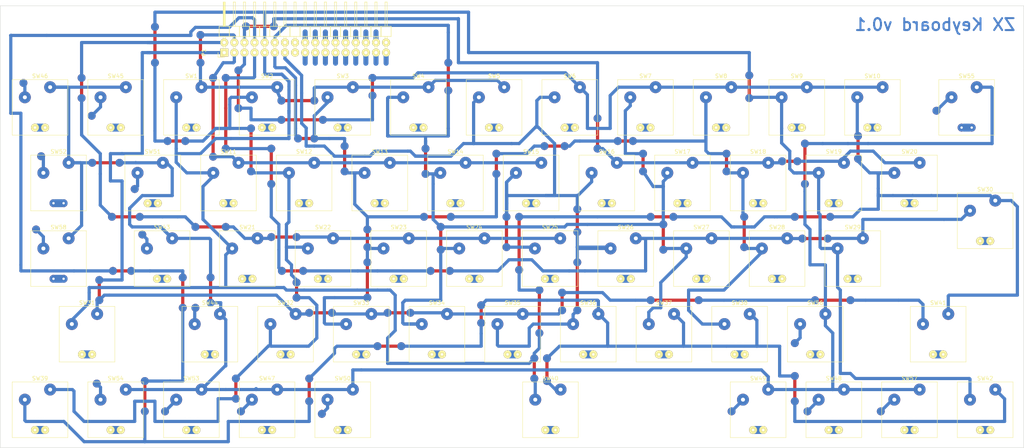
<source format=kicad_pcb>
(kicad_pcb (version 4) (host pcbnew 4.0.2+dfsg1-stable)
  (layers (0 F.Cu signal) (31 B.Cu signal) (35 F.Paste user hide) (37 F.SilkS user hide) (39 F.Mask user hide) (44 Edge.Cuts user))
  (net 0 "")
  (net 1 /KA8)
  (net 2 /KA9)
  (net 3 /KA10)
  (net 4 /KA11)
  (net 5 /KA12)
  (net 6 /KA13)
  (net 7 /KA14)
  (net 8 /KA15)
  (net 9 /KD0)
  (net 10 /KD1)
  (net 11 /KD2)
  (net 12 /KD3)
  (net 13 /KD4)
  (net 14 "Net-(P1-Pad14)")
  (net 15 "Net-(P1-Pad15)")
  (net 16 "Net-(P1-Pad16)")
  (net 17 /KCOMM)
  (net 18 /KGR)
  (net 19 /KEDIT)
  (net 20 /KDEL)
  (net 21 /KCL)
  (net 22 /KQUOT)
  (net 23 /KTV)
  (net 24 /KSEM)
  (net 25 /KIV)
  (net 26 /KBREAK)
  (net 27 /KLEFT)
  (net 28 /KDOT)
  (net 29 /KDOWN)
  (net 30 /KCOMMA)
  (net 31 /KUP)
  (net 32 /KEXT)
  (net 33 /KRIGHT)
  (net 34 "Net-(P1-Pad34)")
  (module Buttons_Switches_Keyboard:SW_Cherry_MX1A_2.00u_Vertical_Plate (layer F.Cu) (at 268.14 86.72)
    (fp_text reference SW30 (at -2.54 -2.794) (layer F.SilkS))
    (fp_text value KEY_EN)
    (pad 2 thru_hole circle (at 0 0) (size 3 3) (drill 1) (layers *.Cu *.Mask) (net 9 /KD0))
    (pad 1 thru_hole circle (at -6.35 2.54) (size 3 3) (drill 1) (layers *.Cu *.Mask) (net 7 /KA14))
    (pad "" np_thru_hole circle (at -2.54 5.08) (size 4 4) (drill 4) (layers *.Cu *.Mask))
    (pad "" smd rect (at -2.54 10.16) (size 1.8 2) (layers B.Cu F.Paste F.Mask))
    (pad "" thru_hole circle (at -3.81 10.16) (size 2 2) (drill 0.6) (layers *.Cu *.Mask F.SilkS))
    (pad "" thru_hole circle (at -1.27 10.16) (size 2 2) (drill 0.6) (layers *.Cu *.Mask F.SilkS))
  )
  (module Buttons_Switches_Keyboard:SW_Cherry_MX1A_2.25u_Plate (layer F.Cu) (at 256.34 115.22)
    (fp_text reference SW41 (at -2.54 -2.794) (layer F.SilkS))
    (fp_text value KEY_CS2)
    (pad 2 thru_hole circle (at 0 0) (size 3 3) (drill 1) (layers *.Cu *.Mask) (net 9 /KD0))
    (pad 1 thru_hole circle (at -6.35 2.54) (size 3 3) (drill 1) (layers *.Cu *.Mask) (net 1 /KA8))
    (pad "" np_thru_hole circle (at -2.54 5.08) (size 4 4) (drill 4) (layers *.Cu *.Mask))
    (pad "" smd rect (at -2.54 10.16) (size 1.8 2) (layers B.Cu F.Paste F.Mask))
    (pad "" thru_hole circle (at -3.81 10.16) (size 2 2) (drill 0.6) (layers *.Cu *.Mask F.SilkS))
    (pad "" thru_hole circle (at -1.27 10.16) (size 2 2) (drill 0.6) (layers *.Cu *.Mask F.SilkS))
  )
  (module Buttons_Switches_Keyboard:SW_Cherry_MX1A_1.00u_Plate (layer F.Cu) (at 30.84 134.22)
    (fp_text reference SW39 (at -2.54 -2.794) (layer F.SilkS))
    (fp_text value KEY_SS1)
    (pad 2 thru_hole circle (at 0 0) (size 3 3) (drill 1) (layers *.Cu *.Mask) (net 10 /KD1))
    (pad 1 thru_hole circle (at -6.35 2.54) (size 3 3) (drill 1) (layers *.Cu *.Mask) (net 8 /KA15))
    (pad "" np_thru_hole circle (at -2.54 5.08) (size 4 4) (drill 4) (layers *.Cu *.Mask))
    (pad "" thru_hole circle (at -3.81 10.16) (size 2 2) (drill 0.6) (layers *.Cu *.Mask F.SilkS))
    (pad "" thru_hole circle (at -1.27 10.16) (size 2 2) (drill 0.6) (layers *.Cu *.Mask F.SilkS))
    (pad "" smd rect (at -2.54 10.16) (size 1.8 2) (layers B.Cu F.Paste F.Mask))
  )
  (module Pin_Headers:Pin_Header_Angled_2x17 (layer F.Cu) (at 74.549 49.53 90)
    (fp_text reference P1 (at 0 -5.1 90) (layer F.SilkS))
    (fp_text value CONN_02X17)
    (pad 1 thru_hole rect (at 0 0 90) (size 2 2) (drill 0.8) (layers *.Cu *.Mask F.SilkS) (net 1 /KA8))
    (pad 2 thru_hole oval (at 2.54 0 90) (size 2 2) (drill 0.8) (layers *.Cu *.Mask F.SilkS) (net 2 /KA9))
    (pad 3 thru_hole oval (at 0 2.54 90) (size 2 2) (drill 0.8) (layers *.Cu *.Mask F.SilkS) (net 3 /KA10))
    (pad 4 thru_hole oval (at 2.54 2.54 90) (size 2 2) (drill 0.8) (layers *.Cu *.Mask F.SilkS) (net 4 /KA11))
    (pad 5 thru_hole oval (at 0 5.08 90) (size 2 2) (drill 0.8) (layers *.Cu *.Mask F.SilkS) (net 5 /KA12))
    (pad 6 thru_hole oval (at 2.54 5.08 90) (size 2 2) (drill 0.8) (layers *.Cu *.Mask F.SilkS) (net 6 /KA13))
    (pad 7 thru_hole oval (at 0 7.62 90) (size 2 2) (drill 0.8) (layers *.Cu *.Mask F.SilkS) (net 7 /KA14))
    (pad 8 thru_hole oval (at 2.54 7.62 90) (size 2 2) (drill 0.8) (layers *.Cu *.Mask F.SilkS) (net 8 /KA15))
    (pad 9 thru_hole oval (at 0 10.16 90) (size 2 2) (drill 0.8) (layers *.Cu *.Mask F.SilkS) (net 9 /KD0))
    (pad 10 thru_hole oval (at 2.54 10.16 90) (size 2 2) (drill 0.8) (layers *.Cu *.Mask F.SilkS) (net 10 /KD1))
    (pad 11 thru_hole oval (at 0 12.7 90) (size 2 2) (drill 0.8) (layers *.Cu *.Mask F.SilkS) (net 11 /KD2))
    (pad 12 thru_hole oval (at 2.54 12.7 90) (size 2 2) (drill 0.8) (layers *.Cu *.Mask F.SilkS) (net 12 /KD3))
    (pad 13 thru_hole oval (at 0 15.24 90) (size 2 2) (drill 0.8) (layers *.Cu *.Mask F.SilkS) (net 13 /KD4))
    (pad 14 thru_hole oval (at 2.54 15.24 90) (size 2 2) (drill 0.8) (layers *.Cu *.Mask F.SilkS) (net 14 "Net-(P1-Pad14)"))
    (pad 15 thru_hole oval (at 0 17.78 90) (size 2 2) (drill 0.8) (layers *.Cu *.Mask F.SilkS) (net 15 "Net-(P1-Pad15)"))
    (pad 16 thru_hole oval (at 2.54 17.78 90) (size 2 2) (drill 0.8) (layers *.Cu *.Mask F.SilkS) (net 16 "Net-(P1-Pad16)"))
    (pad 17 thru_hole oval (at 0 20.32 90) (size 2 2) (drill 0.8) (layers *.Cu *.Mask F.SilkS) (net 17 /KCOMM))
    (pad 18 thru_hole oval (at 2.54 20.32 90) (size 2 2) (drill 0.8) (layers *.Cu *.Mask F.SilkS) (net 18 /KGR))
    (pad 19 thru_hole oval (at 0 22.86 90) (size 2 2) (drill 0.8) (layers *.Cu *.Mask F.SilkS) (net 19 /KEDIT))
    (pad 20 thru_hole oval (at 2.54 22.86 90) (size 2 2) (drill 0.8) (layers *.Cu *.Mask F.SilkS) (net 20 /KDEL))
    (pad 21 thru_hole oval (at 0 25.4 90) (size 2 2) (drill 0.8) (layers *.Cu *.Mask F.SilkS) (net 21 /KCL))
    (pad 22 thru_hole oval (at 2.54 25.4 90) (size 2 2) (drill 0.8) (layers *.Cu *.Mask F.SilkS) (net 22 /KQUOT))
    (pad 23 thru_hole oval (at 0 27.94 90) (size 2 2) (drill 0.8) (layers *.Cu *.Mask F.SilkS) (net 23 /KTV))
    (pad 24 thru_hole oval (at 2.54 27.94 90) (size 2 2) (drill 0.8) (layers *.Cu *.Mask F.SilkS) (net 24 /KSEM))
    (pad 25 thru_hole oval (at 0 30.48 90) (size 2 2) (drill 0.8) (layers *.Cu *.Mask F.SilkS) (net 25 /KIV))
    (pad 26 thru_hole oval (at 2.54 30.48 90) (size 2 2) (drill 0.8) (layers *.Cu *.Mask F.SilkS) (net 26 /KBREAK))
    (pad 27 thru_hole oval (at 0 33.02 90) (size 2 2) (drill 0.8) (layers *.Cu *.Mask F.SilkS) (net 27 /KLEFT))
    (pad 28 thru_hole oval (at 2.54 33.02 90) (size 2 2) (drill 0.8) (layers *.Cu *.Mask F.SilkS) (net 28 /KDOT))
    (pad 29 thru_hole oval (at 0 35.56 90) (size 2 2) (drill 0.8) (layers *.Cu *.Mask F.SilkS) (net 29 /KDOWN))
    (pad 30 thru_hole oval (at 2.54 35.56 90) (size 2 2) (drill 0.8) (layers *.Cu *.Mask F.SilkS) (net 30 /KCOMMA))
    (pad 31 thru_hole oval (at 0 38.1 90) (size 2 2) (drill 0.8) (layers *.Cu *.Mask F.SilkS) (net 31 /KUP))
    (pad 32 thru_hole oval (at 2.54 38.1 90) (size 2 2) (drill 0.8) (layers *.Cu *.Mask F.SilkS) (net 32 /KEXT))
    (pad 33 thru_hole oval (at 0 40.64 90) (size 2 2) (drill 0.8) (layers *.Cu *.Mask F.SilkS) (net 33 /KRIGHT))
    (pad 34 thru_hole oval (at 2.54 40.64 90) (size 2 2) (drill 0.8) (layers *.Cu *.Mask F.SilkS) (net 34 "Net-(P1-Pad34)"))
  )
  (module Buttons_Switches_Keyboard:SW_Cherry_MX1A_1.00u_Plate (layer F.Cu) (at 68.84 58.22)
    (fp_text reference SW1 (at -2.54 -2.794) (layer F.SilkS))
    (fp_text value KEY_1)
    (pad 1 thru_hole circle (at 0 0) (size 3 3) (drill 1) (layers *.Cu *.Mask) (net 4 /KA11))
    (pad 2 thru_hole circle (at -6.35 2.54) (size 3 3) (drill 1) (layers *.Cu *.Mask) (net 9 /KD0))
    (pad "" np_thru_hole circle (at -2.54 5.08) (size 4 4) (drill 4) (layers *.Cu *.Mask))
    (pad "" thru_hole circle (at -3.81 10.16) (size 2 2) (drill 0.6) (layers *.Cu *.Mask F.SilkS))
    (pad "" thru_hole circle (at -1.27 10.16) (size 2 2) (drill 0.6) (layers *.Cu *.Mask F.SilkS))
    (pad "" smd rect (at -2.54 10.16) (size 1.8 2) (layers B.Cu F.Paste F.Mask))
  )
  (module Buttons_Switches_Keyboard:SW_Cherry_MX1A_1.00u_Plate (layer F.Cu) (at 87.84 58.22)
    (fp_text reference SW2 (at -2.54 -2.794) (layer F.SilkS))
    (fp_text value KEY_2)
    (pad 1 thru_hole circle (at 0 0) (size 3 3) (drill 1) (layers *.Cu *.Mask) (net 4 /KA11))
    (pad 2 thru_hole circle (at -6.35 2.54) (size 3 3) (drill 1) (layers *.Cu *.Mask) (net 10 /KD1))
    (pad "" np_thru_hole circle (at -2.54 5.08) (size 4 4) (drill 4) (layers *.Cu *.Mask))
    (pad "" thru_hole circle (at -3.81 10.16) (size 2 2) (drill 0.6) (layers *.Cu *.Mask F.SilkS))
    (pad "" thru_hole circle (at -1.27 10.16) (size 2 2) (drill 0.6) (layers *.Cu *.Mask F.SilkS))
    (pad "" smd rect (at -2.54 10.16) (size 1.8 2) (layers B.Cu F.Paste F.Mask))
  )
  (module Buttons_Switches_Keyboard:SW_Cherry_MX1A_1.00u_Plate (layer F.Cu) (at 106.84 58.22)
    (fp_text reference SW3 (at -2.54 -2.794) (layer F.SilkS))
    (fp_text value KEY_3)
    (pad 1 thru_hole circle (at 0 0) (size 3 3) (drill 1) (layers *.Cu *.Mask) (net 4 /KA11))
    (pad 2 thru_hole circle (at -6.35 2.54) (size 3 3) (drill 1) (layers *.Cu *.Mask) (net 11 /KD2))
    (pad "" np_thru_hole circle (at -2.54 5.08) (size 4 4) (drill 4) (layers *.Cu *.Mask))
    (pad "" thru_hole circle (at -3.81 10.16) (size 2 2) (drill 0.6) (layers *.Cu *.Mask F.SilkS))
    (pad "" thru_hole circle (at -1.27 10.16) (size 2 2) (drill 0.6) (layers *.Cu *.Mask F.SilkS))
    (pad "" smd rect (at -2.54 10.16) (size 1.8 2) (layers B.Cu F.Paste F.Mask))
  )
  (module Buttons_Switches_Keyboard:SW_Cherry_MX1A_1.00u_Plate (layer F.Cu) (at 49.84 58.22)
    (fp_text reference SW45 (at -2.54 -2.794) (layer F.SilkS))
    (fp_text value KEY_TV)
    (pad 1 thru_hole circle (at 0 0) (size 3 3) (drill 1) (layers *.Cu *.Mask) (net 17 /KCOMM))
    (pad 2 thru_hole circle (at -6.35 2.54) (size 3 3) (drill 1) (layers *.Cu *.Mask) (net 23 /KTV))
    (pad "" np_thru_hole circle (at -2.54 5.08) (size 4 4) (drill 4) (layers *.Cu *.Mask))
    (pad "" thru_hole circle (at -3.81 10.16) (size 2 2) (drill 0.6) (layers *.Cu *.Mask F.SilkS))
    (pad "" thru_hole circle (at -1.27 10.16) (size 2 2) (drill 0.6) (layers *.Cu *.Mask F.SilkS))
    (pad "" smd rect (at -2.54 10.16) (size 1.8 2) (layers B.Cu F.Paste F.Mask))
  )
  (module Buttons_Switches_Keyboard:SW_Cherry_MX1A_1.00u_Plate (layer F.Cu) (at 30.84 58.22)
    (fp_text reference SW46 (at -2.54 -2.794) (layer F.SilkS))
    (fp_text value KEY_IV)
    (pad 1 thru_hole circle (at 0 0) (size 3 3) (drill 1) (layers *.Cu *.Mask) (net 17 /KCOMM))
    (pad 2 thru_hole circle (at -6.35 2.54) (size 3 3) (drill 1) (layers *.Cu *.Mask) (net 25 /KIV))
    (pad "" np_thru_hole circle (at -2.54 5.08) (size 4 4) (drill 4) (layers *.Cu *.Mask))
    (pad "" thru_hole circle (at -3.81 10.16) (size 2 2) (drill 0.6) (layers *.Cu *.Mask F.SilkS))
    (pad "" thru_hole circle (at -1.27 10.16) (size 2 2) (drill 0.6) (layers *.Cu *.Mask F.SilkS))
    (pad "" smd rect (at -2.54 10.16) (size 1.8 2) (layers B.Cu F.Paste F.Mask))
  )
  (module Buttons_Switches_Keyboard:SW_Cherry_MX1A_1.00u_Plate (layer F.Cu) (at 125.84 58.22)
    (fp_text reference SW4 (at -2.54 -2.794) (layer F.SilkS))
    (fp_text value KEY_4)
    (pad 1 thru_hole circle (at 0 0) (size 3 3) (drill 1) (layers *.Cu *.Mask) (net 4 /KA11))
    (pad 2 thru_hole circle (at -6.35 2.54) (size 3 3) (drill 1) (layers *.Cu *.Mask) (net 12 /KD3))
    (pad "" np_thru_hole circle (at -2.54 5.08) (size 4 4) (drill 4) (layers *.Cu *.Mask))
    (pad "" thru_hole circle (at -3.81 10.16) (size 2 2) (drill 0.6) (layers *.Cu *.Mask F.SilkS))
    (pad "" thru_hole circle (at -1.27 10.16) (size 2 2) (drill 0.6) (layers *.Cu *.Mask F.SilkS))
    (pad "" smd rect (at -2.54 10.16) (size 1.8 2) (layers B.Cu F.Paste F.Mask))
  )
  (module Buttons_Switches_Keyboard:SW_Cherry_MX1A_1.00u_Plate (layer F.Cu) (at 144.84 58.22)
    (fp_text reference SW5 (at -2.54 -2.794) (layer F.SilkS))
    (fp_text value KEY_5)
    (pad 1 thru_hole circle (at 0 0) (size 3 3) (drill 1) (layers *.Cu *.Mask) (net 4 /KA11))
    (pad 2 thru_hole circle (at -6.35 2.54) (size 3 3) (drill 1) (layers *.Cu *.Mask) (net 13 /KD4))
    (pad "" np_thru_hole circle (at -2.54 5.08) (size 4 4) (drill 4) (layers *.Cu *.Mask))
    (pad "" thru_hole circle (at -3.81 10.16) (size 2 2) (drill 0.6) (layers *.Cu *.Mask F.SilkS))
    (pad "" thru_hole circle (at -1.27 10.16) (size 2 2) (drill 0.6) (layers *.Cu *.Mask F.SilkS))
    (pad "" smd rect (at -2.54 10.16) (size 1.8 2) (layers B.Cu F.Paste F.Mask))
  )
  (module Buttons_Switches_Keyboard:SW_Cherry_MX1A_1.00u_Plate (layer F.Cu) (at 163.84 58.22)
    (fp_text reference SW6 (at -2.54 -2.794) (layer F.SilkS))
    (fp_text value KEY_6)
    (pad 1 thru_hole circle (at 0 0) (size 3 3) (drill 1) (layers *.Cu *.Mask) (net 5 /KA12))
    (pad 2 thru_hole circle (at -6.35 2.54) (size 3 3) (drill 1) (layers *.Cu *.Mask) (net 13 /KD4))
    (pad "" np_thru_hole circle (at -2.54 5.08) (size 4 4) (drill 4) (layers *.Cu *.Mask))
    (pad "" thru_hole circle (at -3.81 10.16) (size 2 2) (drill 0.6) (layers *.Cu *.Mask F.SilkS))
    (pad "" thru_hole circle (at -1.27 10.16) (size 2 2) (drill 0.6) (layers *.Cu *.Mask F.SilkS))
    (pad "" smd rect (at -2.54 10.16) (size 1.8 2) (layers B.Cu F.Paste F.Mask))
  )
  (module Buttons_Switches_Keyboard:SW_Cherry_MX1A_1.00u_Plate (layer F.Cu) (at 182.84 58.22)
    (fp_text reference SW7 (at -2.54 -2.794) (layer F.SilkS))
    (fp_text value KEY_7)
    (pad 1 thru_hole circle (at 0 0) (size 3 3) (drill 1) (layers *.Cu *.Mask) (net 5 /KA12))
    (pad 2 thru_hole circle (at -6.35 2.54) (size 3 3) (drill 1) (layers *.Cu *.Mask) (net 12 /KD3))
    (pad "" np_thru_hole circle (at -2.54 5.08) (size 4 4) (drill 4) (layers *.Cu *.Mask))
    (pad "" thru_hole circle (at -3.81 10.16) (size 2 2) (drill 0.6) (layers *.Cu *.Mask F.SilkS))
    (pad "" thru_hole circle (at -1.27 10.16) (size 2 2) (drill 0.6) (layers *.Cu *.Mask F.SilkS))
    (pad "" smd rect (at -2.54 10.16) (size 1.8 2) (layers B.Cu F.Paste F.Mask))
  )
  (module Buttons_Switches_Keyboard:SW_Cherry_MX1A_1.00u_Plate (layer F.Cu) (at 201.84 58.22)
    (fp_text reference SW8 (at -2.54 -2.794) (layer F.SilkS))
    (fp_text value KEY_8)
    (pad 1 thru_hole circle (at 0 0) (size 3 3) (drill 1) (layers *.Cu *.Mask) (net 5 /KA12))
    (pad 2 thru_hole circle (at -6.35 2.54) (size 3 3) (drill 1) (layers *.Cu *.Mask) (net 11 /KD2))
    (pad "" np_thru_hole circle (at -2.54 5.08) (size 4 4) (drill 4) (layers *.Cu *.Mask))
    (pad "" thru_hole circle (at -3.81 10.16) (size 2 2) (drill 0.6) (layers *.Cu *.Mask F.SilkS))
    (pad "" thru_hole circle (at -1.27 10.16) (size 2 2) (drill 0.6) (layers *.Cu *.Mask F.SilkS))
    (pad "" smd rect (at -2.54 10.16) (size 1.8 2) (layers B.Cu F.Paste F.Mask))
  )
  (module Buttons_Switches_Keyboard:SW_Cherry_MX1A_1.00u_Plate (layer F.Cu) (at 220.84 58.22)
    (fp_text reference SW9 (at -2.54 -2.794) (layer F.SilkS))
    (fp_text value KEY_9)
    (pad 1 thru_hole circle (at 0 0) (size 3 3) (drill 1) (layers *.Cu *.Mask) (net 5 /KA12))
    (pad 2 thru_hole circle (at -6.35 2.54) (size 3 3) (drill 1) (layers *.Cu *.Mask) (net 10 /KD1))
    (pad "" np_thru_hole circle (at -2.54 5.08) (size 4 4) (drill 4) (layers *.Cu *.Mask))
    (pad "" thru_hole circle (at -3.81 10.16) (size 2 2) (drill 0.6) (layers *.Cu *.Mask F.SilkS))
    (pad "" thru_hole circle (at -1.27 10.16) (size 2 2) (drill 0.6) (layers *.Cu *.Mask F.SilkS))
    (pad "" smd rect (at -2.54 10.16) (size 1.8 2) (layers B.Cu F.Paste F.Mask))
  )
  (module Buttons_Switches_Keyboard:SW_Cherry_MX1A_1.00u_Plate (layer F.Cu) (at 239.84 58.22)
    (fp_text reference SW10 (at -2.54 -2.794) (layer F.SilkS))
    (fp_text value KEY_0)
    (pad 1 thru_hole circle (at 0 0) (size 3 3) (drill 1) (layers *.Cu *.Mask) (net 5 /KA12))
    (pad 2 thru_hole circle (at -6.35 2.54) (size 3 3) (drill 1) (layers *.Cu *.Mask) (net 9 /KD0))
    (pad "" np_thru_hole circle (at -2.54 5.08) (size 4 4) (drill 4) (layers *.Cu *.Mask))
    (pad "" thru_hole circle (at -3.81 10.16) (size 2 2) (drill 0.6) (layers *.Cu *.Mask F.SilkS))
    (pad "" thru_hole circle (at -1.27 10.16) (size 2 2) (drill 0.6) (layers *.Cu *.Mask F.SilkS))
    (pad "" smd rect (at -2.54 10.16) (size 1.8 2) (layers B.Cu F.Paste F.Mask))
  )
  (module Buttons_Switches_Keyboard:SW_Cherry_MX1A_1.50u_Plate (layer F.Cu) (at 263.49 58.22)
    (fp_text reference SW55 (at -2.54 -2.794) (layer F.SilkS))
    (fp_text value KEY_BREAK)
    (pad 1 thru_hole circle (at 0 0) (size 3 3) (drill 1) (layers *.Cu *.Mask) (net 17 /KCOMM))
    (pad 2 thru_hole circle (at -6.35 2.54) (size 3 3) (drill 1) (layers *.Cu *.Mask) (net 26 /KBREAK))
    (pad "" np_thru_hole circle (at -2.54 5.08) (size 4 4) (drill 4) (layers *.Cu *.Mask))
    (pad "" thru_hole circle (at -3.81 10.16) (size 2 2) (drill 0.6) (layers *.Cu *.Mask))
    (pad "" thru_hole circle (at -1.27 10.16) (size 2 2) (drill 0.6) (layers *.Cu *.Mask))
    (pad "" smd rect (at -2.54 10.16) (size 1.8 2) (layers B.Cu F.Paste F.Mask))
  )
  (module Buttons_Switches_Keyboard:SW_Cherry_MX1A_1.50u_Plate (layer F.Cu) (at 35.49 77.22)
    (fp_text reference SW52 (at -2.54 -2.794) (layer F.SilkS))
    (fp_text value KEY_DEL)
    (pad 1 thru_hole circle (at 0 0) (size 3 3) (drill 1) (layers *.Cu *.Mask) (net 17 /KCOMM))
    (pad 2 thru_hole circle (at -6.35 2.54) (size 3 3) (drill 1) (layers *.Cu *.Mask) (net 20 /KDEL))
    (pad "" np_thru_hole circle (at -2.54 5.08) (size 4 4) (drill 4) (layers *.Cu *.Mask))
    (pad "" thru_hole circle (at -3.81 10.16) (size 2 2) (drill 0.6) (layers *.Cu *.Mask))
    (pad "" thru_hole circle (at -1.27 10.16) (size 2 2) (drill 0.6) (layers *.Cu *.Mask))
    (pad "" smd rect (at -2.54 10.16) (size 1.8 2) (layers B.Cu F.Paste F.Mask))
  )
  (module Buttons_Switches_Keyboard:SW_Cherry_MX1A_1.50u_Plate (layer F.Cu) (at 35.49 96.22)
    (fp_text reference SW58 (at -2.54 -2.794) (layer F.SilkS))
    (fp_text value KEY_EXT)
    (pad 1 thru_hole circle (at 0 0) (size 3 3) (drill 1) (layers *.Cu *.Mask) (net 17 /KCOMM))
    (pad 2 thru_hole circle (at -6.35 2.54) (size 3 3) (drill 1) (layers *.Cu *.Mask) (net 32 /KEXT))
    (pad "" np_thru_hole circle (at -2.54 5.08) (size 4 4) (drill 4) (layers *.Cu *.Mask))
    (pad "" thru_hole circle (at -3.81 10.16) (size 2 2) (drill 0.6) (layers *.Cu *.Mask))
    (pad "" thru_hole circle (at -1.27 10.16) (size 2 2) (drill 0.6) (layers *.Cu *.Mask))
    (pad "" smd rect (at -2.54 10.16) (size 1.8 2) (layers B.Cu F.Paste F.Mask))
  )
  (module Buttons_Switches_Keyboard:SW_Cherry_MX1A_1.00u_Plate (layer F.Cu) (at 59.14 77.22)
    (fp_text reference SW51 (at -2.54 -2.794) (layer F.SilkS))
    (fp_text value KEY_GR)
    (pad 1 thru_hole circle (at 0 0) (size 3 3) (drill 1) (layers *.Cu *.Mask) (net 17 /KCOMM))
    (pad 2 thru_hole circle (at -6.35 2.54) (size 3 3) (drill 1) (layers *.Cu *.Mask) (net 18 /KGR))
    (pad "" np_thru_hole circle (at -2.54 5.08) (size 4 4) (drill 4) (layers *.Cu *.Mask))
    (pad "" thru_hole circle (at -3.81 10.16) (size 2 2) (drill 0.6) (layers *.Cu *.Mask F.SilkS))
    (pad "" thru_hole circle (at -1.27 10.16) (size 2 2) (drill 0.6) (layers *.Cu *.Mask F.SilkS))
    (pad "" smd rect (at -2.54 10.16) (size 1.8 2) (layers B.Cu F.Paste F.Mask))
  )
  (module Buttons_Switches_Keyboard:SW_Cherry_MX1A_1.00u_Plate (layer F.Cu) (at 78.14 77.22)
    (fp_text reference SW11 (at -2.54 -2.794) (layer F.SilkS))
    (fp_text value KEY_Q)
    (pad 1 thru_hole circle (at 0 0) (size 3 3) (drill 1) (layers *.Cu *.Mask) (net 3 /KA10))
    (pad 2 thru_hole circle (at -6.35 2.54) (size 3 3) (drill 1) (layers *.Cu *.Mask) (net 9 /KD0))
    (pad "" np_thru_hole circle (at -2.54 5.08) (size 4 4) (drill 4) (layers *.Cu *.Mask))
    (pad "" thru_hole circle (at -3.81 10.16) (size 2 2) (drill 0.6) (layers *.Cu *.Mask F.SilkS))
    (pad "" thru_hole circle (at -1.27 10.16) (size 2 2) (drill 0.6) (layers *.Cu *.Mask F.SilkS))
    (pad "" smd rect (at -2.54 10.16) (size 1.8 2) (layers B.Cu F.Paste F.Mask))
  )
  (module Buttons_Switches_Keyboard:SW_Cherry_MX1A_1.00u_Plate (layer F.Cu) (at 97.14 77.22)
    (fp_text reference SW12 (at -2.54 -2.794) (layer F.SilkS))
    (fp_text value KEY_W)
    (pad 1 thru_hole circle (at 0 0) (size 3 3) (drill 1) (layers *.Cu *.Mask) (net 3 /KA10))
    (pad 2 thru_hole circle (at -6.35 2.54) (size 3 3) (drill 1) (layers *.Cu *.Mask) (net 10 /KD1))
    (pad "" np_thru_hole circle (at -2.54 5.08) (size 4 4) (drill 4) (layers *.Cu *.Mask))
    (pad "" thru_hole circle (at -3.81 10.16) (size 2 2) (drill 0.6) (layers *.Cu *.Mask F.SilkS))
    (pad "" thru_hole circle (at -1.27 10.16) (size 2 2) (drill 0.6) (layers *.Cu *.Mask F.SilkS))
    (pad "" smd rect (at -2.54 10.16) (size 1.8 2) (layers B.Cu F.Paste F.Mask))
  )
  (module Buttons_Switches_Keyboard:SW_Cherry_MX1A_1.00u_Plate (layer F.Cu) (at 116.14 77.22)
    (fp_text reference SW13 (at -2.54 -2.794) (layer F.SilkS))
    (fp_text value KEY_E)
    (pad 1 thru_hole circle (at 0 0) (size 3 3) (drill 1) (layers *.Cu *.Mask) (net 3 /KA10))
    (pad 2 thru_hole circle (at -6.35 2.54) (size 3 3) (drill 1) (layers *.Cu *.Mask) (net 11 /KD2))
    (pad "" np_thru_hole circle (at -2.54 5.08) (size 4 4) (drill 4) (layers *.Cu *.Mask))
    (pad "" thru_hole circle (at -3.81 10.16) (size 2 2) (drill 0.6) (layers *.Cu *.Mask F.SilkS))
    (pad "" thru_hole circle (at -1.27 10.16) (size 2 2) (drill 0.6) (layers *.Cu *.Mask F.SilkS))
    (pad "" smd rect (at -2.54 10.16) (size 1.8 2) (layers B.Cu F.Paste F.Mask))
  )
  (module Buttons_Switches_Keyboard:SW_Cherry_MX1A_1.00u_Plate (layer F.Cu) (at 82.89 96.22)
    (fp_text reference SW21 (at -2.54 -2.794) (layer F.SilkS))
    (fp_text value KEY_A)
    (pad 1 thru_hole circle (at 0 0) (size 3 3) (drill 1) (layers *.Cu *.Mask) (net 2 /KA9))
    (pad 2 thru_hole circle (at -6.35 2.54) (size 3 3) (drill 1) (layers *.Cu *.Mask) (net 9 /KD0))
    (pad "" np_thru_hole circle (at -2.54 5.08) (size 4 4) (drill 4) (layers *.Cu *.Mask))
    (pad "" thru_hole circle (at -3.81 10.16) (size 2 2) (drill 0.6) (layers *.Cu *.Mask F.SilkS))
    (pad "" thru_hole circle (at -1.27 10.16) (size 2 2) (drill 0.6) (layers *.Cu *.Mask F.SilkS))
    (pad "" smd rect (at -2.54 10.16) (size 1.8 2) (layers B.Cu F.Paste F.Mask))
  )
  (module Buttons_Switches_Keyboard:SW_Cherry_MX1A_1.25u_Plate (layer F.Cu) (at 61.49 96.22)
    (fp_text reference SW43 (at -2.54 -2.794) (layer F.SilkS))
    (fp_text value KEY_EDIT)
    (pad 1 thru_hole circle (at 0 0) (size 3 3) (drill 1) (layers *.Cu *.Mask) (net 17 /KCOMM))
    (pad 2 thru_hole circle (at -6.35 2.54) (size 3 3) (drill 1) (layers *.Cu *.Mask) (net 19 /KEDIT))
    (pad "" np_thru_hole circle (at -2.54 5.08) (size 4 4) (drill 4) (layers *.Cu *.Mask))
    (pad "" thru_hole circle (at -3.81 10.16) (size 2 2) (drill 0.6) (layers *.Cu *.Mask F.SilkS))
    (pad "" smd rect (at -2.54 10.16) (size 1.8 2) (layers B.Cu F.Paste F.Mask))
    (pad "" thru_hole circle (at -1.27 10.16) (size 2 2) (drill 0.6) (layers *.Cu *.Mask F.SilkS))
  )
  (module Buttons_Switches_Keyboard:SW_Cherry_MX1A_1.00u_Plate (layer F.Cu) (at 101.89 96.22)
    (fp_text reference SW22 (at -2.54 -2.794) (layer F.SilkS))
    (fp_text value KEY_S)
    (pad 1 thru_hole circle (at 0 0) (size 3 3) (drill 1) (layers *.Cu *.Mask) (net 2 /KA9))
    (pad 2 thru_hole circle (at -6.35 2.54) (size 3 3) (drill 1) (layers *.Cu *.Mask) (net 10 /KD1))
    (pad "" np_thru_hole circle (at -2.54 5.08) (size 4 4) (drill 4) (layers *.Cu *.Mask))
    (pad "" thru_hole circle (at -3.81 10.16) (size 2 2) (drill 0.6) (layers *.Cu *.Mask F.SilkS))
    (pad "" thru_hole circle (at -1.27 10.16) (size 2 2) (drill 0.6) (layers *.Cu *.Mask F.SilkS))
    (pad "" smd rect (at -2.54 10.16) (size 1.8 2) (layers B.Cu F.Paste F.Mask))
  )
  (module Buttons_Switches_Keyboard:SW_Cherry_MX1A_1.00u_Plate (layer F.Cu) (at 135.14 77.22)
    (fp_text reference SW14 (at -2.54 -2.794) (layer F.SilkS))
    (fp_text value KEY_R)
    (pad 1 thru_hole circle (at 0 0) (size 3 3) (drill 1) (layers *.Cu *.Mask) (net 3 /KA10))
    (pad 2 thru_hole circle (at -6.35 2.54) (size 3 3) (drill 1) (layers *.Cu *.Mask) (net 12 /KD3))
    (pad "" np_thru_hole circle (at -2.54 5.08) (size 4 4) (drill 4) (layers *.Cu *.Mask))
    (pad "" thru_hole circle (at -3.81 10.16) (size 2 2) (drill 0.6) (layers *.Cu *.Mask F.SilkS))
    (pad "" thru_hole circle (at -1.27 10.16) (size 2 2) (drill 0.6) (layers *.Cu *.Mask F.SilkS))
    (pad "" smd rect (at -2.54 10.16) (size 1.8 2) (layers B.Cu F.Paste F.Mask))
  )
  (module Buttons_Switches_Keyboard:SW_Cherry_MX1A_1.00u_Plate (layer F.Cu) (at 154.14 77.22)
    (fp_text reference SW15 (at -2.54 -2.794) (layer F.SilkS))
    (fp_text value KEY_T)
    (pad 1 thru_hole circle (at 0 0) (size 3 3) (drill 1) (layers *.Cu *.Mask) (net 3 /KA10))
    (pad 2 thru_hole circle (at -6.35 2.54) (size 3 3) (drill 1) (layers *.Cu *.Mask) (net 13 /KD4))
    (pad "" np_thru_hole circle (at -2.54 5.08) (size 4 4) (drill 4) (layers *.Cu *.Mask))
    (pad "" thru_hole circle (at -3.81 10.16) (size 2 2) (drill 0.6) (layers *.Cu *.Mask F.SilkS))
    (pad "" thru_hole circle (at -1.27 10.16) (size 2 2) (drill 0.6) (layers *.Cu *.Mask F.SilkS))
    (pad "" smd rect (at -2.54 10.16) (size 1.8 2) (layers B.Cu F.Paste F.Mask))
  )
  (module Buttons_Switches_Keyboard:SW_Cherry_MX1A_1.00u_Plate (layer F.Cu) (at 120.89 96.22)
    (fp_text reference SW23 (at -2.54 -2.794) (layer F.SilkS))
    (fp_text value KEY_D)
    (pad 1 thru_hole circle (at 0 0) (size 3 3) (drill 1) (layers *.Cu *.Mask) (net 2 /KA9))
    (pad 2 thru_hole circle (at -6.35 2.54) (size 3 3) (drill 1) (layers *.Cu *.Mask) (net 11 /KD2))
    (pad "" np_thru_hole circle (at -2.54 5.08) (size 4 4) (drill 4) (layers *.Cu *.Mask))
    (pad "" thru_hole circle (at -3.81 10.16) (size 2 2) (drill 0.6) (layers *.Cu *.Mask F.SilkS))
    (pad "" thru_hole circle (at -1.27 10.16) (size 2 2) (drill 0.6) (layers *.Cu *.Mask F.SilkS))
    (pad "" smd rect (at -2.54 10.16) (size 1.8 2) (layers B.Cu F.Paste F.Mask))
  )
  (module Buttons_Switches_Keyboard:SW_Cherry_MX1A_1.00u_Plate (layer F.Cu) (at 139.89 96.22)
    (fp_text reference SW24 (at -2.54 -2.794) (layer F.SilkS))
    (fp_text value KEY_F)
    (pad 1 thru_hole circle (at 0 0) (size 3 3) (drill 1) (layers *.Cu *.Mask) (net 2 /KA9))
    (pad 2 thru_hole circle (at -6.35 2.54) (size 3 3) (drill 1) (layers *.Cu *.Mask) (net 12 /KD3))
    (pad "" np_thru_hole circle (at -2.54 5.08) (size 4 4) (drill 4) (layers *.Cu *.Mask))
    (pad "" thru_hole circle (at -3.81 10.16) (size 2 2) (drill 0.6) (layers *.Cu *.Mask F.SilkS))
    (pad "" thru_hole circle (at -1.27 10.16) (size 2 2) (drill 0.6) (layers *.Cu *.Mask F.SilkS))
    (pad "" smd rect (at -2.54 10.16) (size 1.8 2) (layers B.Cu F.Paste F.Mask))
  )
  (module Buttons_Switches_Keyboard:SW_Cherry_MX1A_1.00u_Plate (layer F.Cu) (at 173.14 77.22)
    (fp_text reference SW16 (at -2.54 -2.794) (layer F.SilkS))
    (fp_text value KEY_Y)
    (pad 1 thru_hole circle (at 0 0) (size 3 3) (drill 1) (layers *.Cu *.Mask) (net 6 /KA13))
    (pad 2 thru_hole circle (at -6.35 2.54) (size 3 3) (drill 1) (layers *.Cu *.Mask) (net 13 /KD4))
    (pad "" np_thru_hole circle (at -2.54 5.08) (size 4 4) (drill 4) (layers *.Cu *.Mask))
    (pad "" thru_hole circle (at -3.81 10.16) (size 2 2) (drill 0.6) (layers *.Cu *.Mask F.SilkS))
    (pad "" thru_hole circle (at -1.27 10.16) (size 2 2) (drill 0.6) (layers *.Cu *.Mask F.SilkS))
    (pad "" smd rect (at -2.54 10.16) (size 1.8 2) (layers B.Cu F.Paste F.Mask))
  )
  (module Buttons_Switches_Keyboard:SW_Cherry_MX1A_1.00u_Plate (layer F.Cu) (at 158.89 96.22)
    (fp_text reference SW25 (at -2.54 -2.794) (layer F.SilkS))
    (fp_text value KEY_G)
    (pad 1 thru_hole circle (at 0 0) (size 3 3) (drill 1) (layers *.Cu *.Mask) (net 2 /KA9))
    (pad 2 thru_hole circle (at -6.35 2.54) (size 3 3) (drill 1) (layers *.Cu *.Mask) (net 13 /KD4))
    (pad "" np_thru_hole circle (at -2.54 5.08) (size 4 4) (drill 4) (layers *.Cu *.Mask))
    (pad "" thru_hole circle (at -3.81 10.16) (size 2 2) (drill 0.6) (layers *.Cu *.Mask F.SilkS))
    (pad "" thru_hole circle (at -1.27 10.16) (size 2 2) (drill 0.6) (layers *.Cu *.Mask F.SilkS))
    (pad "" smd rect (at -2.54 10.16) (size 1.8 2) (layers B.Cu F.Paste F.Mask))
  )
  (module Buttons_Switches_Keyboard:SW_Cherry_MX1A_1.00u_Plate (layer F.Cu) (at 192.14 77.22)
    (fp_text reference SW17 (at -2.54 -2.794) (layer F.SilkS))
    (fp_text value KEY_U)
    (pad 1 thru_hole circle (at 0 0) (size 3 3) (drill 1) (layers *.Cu *.Mask) (net 6 /KA13))
    (pad 2 thru_hole circle (at -6.35 2.54) (size 3 3) (drill 1) (layers *.Cu *.Mask) (net 12 /KD3))
    (pad "" np_thru_hole circle (at -2.54 5.08) (size 4 4) (drill 4) (layers *.Cu *.Mask))
    (pad "" thru_hole circle (at -3.81 10.16) (size 2 2) (drill 0.6) (layers *.Cu *.Mask F.SilkS))
    (pad "" thru_hole circle (at -1.27 10.16) (size 2 2) (drill 0.6) (layers *.Cu *.Mask F.SilkS))
    (pad "" smd rect (at -2.54 10.16) (size 1.8 2) (layers B.Cu F.Paste F.Mask))
  )
  (module Buttons_Switches_Keyboard:SW_Cherry_MX1A_1.00u_Plate (layer F.Cu) (at 177.89 96.22)
    (fp_text reference SW26 (at -2.54 -2.794) (layer F.SilkS))
    (fp_text value KEY_H)
    (pad 1 thru_hole circle (at 0 0) (size 3 3) (drill 1) (layers *.Cu *.Mask) (net 7 /KA14))
    (pad 2 thru_hole circle (at -6.35 2.54) (size 3 3) (drill 1) (layers *.Cu *.Mask) (net 13 /KD4))
    (pad "" np_thru_hole circle (at -2.54 5.08) (size 4 4) (drill 4) (layers *.Cu *.Mask))
    (pad "" thru_hole circle (at -3.81 10.16) (size 2 2) (drill 0.6) (layers *.Cu *.Mask F.SilkS))
    (pad "" thru_hole circle (at -1.27 10.16) (size 2 2) (drill 0.6) (layers *.Cu *.Mask F.SilkS))
    (pad "" smd rect (at -2.54 10.16) (size 1.8 2) (layers B.Cu F.Paste F.Mask))
  )
  (module Buttons_Switches_Keyboard:SW_Cherry_MX1A_1.00u_Plate (layer F.Cu) (at 211.14 77.22)
    (fp_text reference SW18 (at -2.54 -2.794) (layer F.SilkS))
    (fp_text value KEY_I)
    (pad 1 thru_hole circle (at 0 0) (size 3 3) (drill 1) (layers *.Cu *.Mask) (net 6 /KA13))
    (pad 2 thru_hole circle (at -6.35 2.54) (size 3 3) (drill 1) (layers *.Cu *.Mask) (net 11 /KD2))
    (pad "" np_thru_hole circle (at -2.54 5.08) (size 4 4) (drill 4) (layers *.Cu *.Mask))
    (pad "" thru_hole circle (at -3.81 10.16) (size 2 2) (drill 0.6) (layers *.Cu *.Mask F.SilkS))
    (pad "" thru_hole circle (at -1.27 10.16) (size 2 2) (drill 0.6) (layers *.Cu *.Mask F.SilkS))
    (pad "" smd rect (at -2.54 10.16) (size 1.8 2) (layers B.Cu F.Paste F.Mask))
  )
  (module Buttons_Switches_Keyboard:SW_Cherry_MX1A_1.00u_Plate (layer F.Cu) (at 196.89 96.22)
    (fp_text reference SW27 (at -2.54 -2.794) (layer F.SilkS))
    (fp_text value KEY_J)
    (pad 1 thru_hole circle (at 0 0) (size 3 3) (drill 1) (layers *.Cu *.Mask) (net 7 /KA14))
    (pad 2 thru_hole circle (at -6.35 2.54) (size 3 3) (drill 1) (layers *.Cu *.Mask) (net 12 /KD3))
    (pad "" np_thru_hole circle (at -2.54 5.08) (size 4 4) (drill 4) (layers *.Cu *.Mask))
    (pad "" thru_hole circle (at -3.81 10.16) (size 2 2) (drill 0.6) (layers *.Cu *.Mask F.SilkS))
    (pad "" thru_hole circle (at -1.27 10.16) (size 2 2) (drill 0.6) (layers *.Cu *.Mask F.SilkS))
    (pad "" smd rect (at -2.54 10.16) (size 1.8 2) (layers B.Cu F.Paste F.Mask))
  )
  (module Buttons_Switches_Keyboard:SW_Cherry_MX1A_1.00u_Plate (layer F.Cu) (at 230.14 77.22)
    (fp_text reference SW19 (at -2.54 -2.794) (layer F.SilkS))
    (fp_text value KEY_O)
    (pad 1 thru_hole circle (at 0 0) (size 3 3) (drill 1) (layers *.Cu *.Mask) (net 6 /KA13))
    (pad 2 thru_hole circle (at -6.35 2.54) (size 3 3) (drill 1) (layers *.Cu *.Mask) (net 10 /KD1))
    (pad "" np_thru_hole circle (at -2.54 5.08) (size 4 4) (drill 4) (layers *.Cu *.Mask))
    (pad "" thru_hole circle (at -3.81 10.16) (size 2 2) (drill 0.6) (layers *.Cu *.Mask F.SilkS))
    (pad "" thru_hole circle (at -1.27 10.16) (size 2 2) (drill 0.6) (layers *.Cu *.Mask F.SilkS))
    (pad "" smd rect (at -2.54 10.16) (size 1.8 2) (layers B.Cu F.Paste F.Mask))
  )
  (module Buttons_Switches_Keyboard:SW_Cherry_MX1A_1.00u_Plate (layer F.Cu) (at 215.89 96.22)
    (fp_text reference SW28 (at -2.54 -2.794) (layer F.SilkS))
    (fp_text value KEY_K)
    (pad 1 thru_hole circle (at 0 0) (size 3 3) (drill 1) (layers *.Cu *.Mask) (net 7 /KA14))
    (pad 2 thru_hole circle (at -6.35 2.54) (size 3 3) (drill 1) (layers *.Cu *.Mask) (net 11 /KD2))
    (pad "" np_thru_hole circle (at -2.54 5.08) (size 4 4) (drill 4) (layers *.Cu *.Mask))
    (pad "" thru_hole circle (at -3.81 10.16) (size 2 2) (drill 0.6) (layers *.Cu *.Mask F.SilkS))
    (pad "" thru_hole circle (at -1.27 10.16) (size 2 2) (drill 0.6) (layers *.Cu *.Mask F.SilkS))
    (pad "" smd rect (at -2.54 10.16) (size 1.8 2) (layers B.Cu F.Paste F.Mask))
  )
  (module Buttons_Switches_Keyboard:SW_Cherry_MX1A_1.00u_Plate (layer F.Cu) (at 234.89 96.22)
    (fp_text reference SW29 (at -2.54 -2.794) (layer F.SilkS))
    (fp_text value KEY_L)
    (pad 1 thru_hole circle (at 0 0) (size 3 3) (drill 1) (layers *.Cu *.Mask) (net 7 /KA14))
    (pad 2 thru_hole circle (at -6.35 2.54) (size 3 3) (drill 1) (layers *.Cu *.Mask) (net 10 /KD1))
    (pad "" np_thru_hole circle (at -2.54 5.08) (size 4 4) (drill 4) (layers *.Cu *.Mask))
    (pad "" thru_hole circle (at -3.81 10.16) (size 2 2) (drill 0.6) (layers *.Cu *.Mask F.SilkS))
    (pad "" thru_hole circle (at -1.27 10.16) (size 2 2) (drill 0.6) (layers *.Cu *.Mask F.SilkS))
    (pad "" smd rect (at -2.54 10.16) (size 1.8 2) (layers B.Cu F.Paste F.Mask))
  )
  (module Buttons_Switches_Keyboard:SW_Cherry_MX1A_1.00u_Plate (layer F.Cu) (at 249.14 77.22)
    (fp_text reference SW20 (at -2.54 -2.794) (layer F.SilkS))
    (fp_text value KEY_P)
    (pad 1 thru_hole circle (at 0 0) (size 3 3) (drill 1) (layers *.Cu *.Mask) (net 6 /KA13))
    (pad 2 thru_hole circle (at -6.35 2.54) (size 3 3) (drill 1) (layers *.Cu *.Mask) (net 9 /KD0))
    (pad "" np_thru_hole circle (at -2.54 5.08) (size 4 4) (drill 4) (layers *.Cu *.Mask))
    (pad "" thru_hole circle (at -3.81 10.16) (size 2 2) (drill 0.6) (layers *.Cu *.Mask F.SilkS))
    (pad "" thru_hole circle (at -1.27 10.16) (size 2 2) (drill 0.6) (layers *.Cu *.Mask F.SilkS))
    (pad "" smd rect (at -2.54 10.16) (size 1.8 2) (layers B.Cu F.Paste F.Mask))
  )
  (module Buttons_Switches_Keyboard:SW_Cherry_MX1A_2.25u_Plate (layer F.Cu) (at 42.64 115.22)
    (fp_text reference SW31 (at -2.54 -2.794) (layer F.SilkS))
    (fp_text value KEY_CS1)
    (pad 1 thru_hole circle (at 0 0) (size 3 3) (drill 1) (layers *.Cu *.Mask) (net 1 /KA8))
    (pad 2 thru_hole circle (at -6.35 2.54) (size 3 3) (drill 1) (layers *.Cu *.Mask) (net 9 /KD0))
    (pad "" np_thru_hole circle (at -2.54 5.08) (size 4 4) (drill 4) (layers *.Cu *.Mask))
    (pad "" smd rect (at -2.54 10.16) (size 1.8 2) (layers B.Cu F.Paste F.Mask))
    (pad "" thru_hole circle (at -3.81 10.16) (size 2 2) (drill 0.6) (layers *.Cu *.Mask F.SilkS))
    (pad "" thru_hole circle (at -1.27 10.16) (size 2 2) (drill 0.6) (layers *.Cu *.Mask F.SilkS))
  )
  (module Buttons_Switches_Keyboard:SW_Cherry_MX1A_1.00u_Plate (layer F.Cu) (at 73.49 115.22)
    (fp_text reference SW44 (at -2.54 -2.794) (layer F.SilkS))
    (fp_text value KEY_CL)
    (pad 1 thru_hole circle (at 0 0) (size 3 3) (drill 1) (layers *.Cu *.Mask) (net 17 /KCOMM))
    (pad 2 thru_hole circle (at -6.35 2.54) (size 3 3) (drill 1) (layers *.Cu *.Mask) (net 21 /KCL))
    (pad "" np_thru_hole circle (at -2.54 5.08) (size 4 4) (drill 4) (layers *.Cu *.Mask))
    (pad "" thru_hole circle (at -3.81 10.16) (size 2 2) (drill 0.6) (layers *.Cu *.Mask F.SilkS))
    (pad "" thru_hole circle (at -1.27 10.16) (size 2 2) (drill 0.6) (layers *.Cu *.Mask F.SilkS))
    (pad "" smd rect (at -2.54 10.16) (size 1.8 2) (layers B.Cu F.Paste F.Mask))
  )
  (module Buttons_Switches_Keyboard:SW_Cherry_MX1A_1.00u_Plate (layer F.Cu) (at 49.84 134.22)
    (fp_text reference SW54 (at -2.54 -2.794) (layer F.SilkS))
    (fp_text value KEY_SEM)
    (pad 1 thru_hole circle (at 0 0) (size 3 3) (drill 1) (layers *.Cu *.Mask) (net 17 /KCOMM))
    (pad 2 thru_hole circle (at -6.35 2.54) (size 3 3) (drill 1) (layers *.Cu *.Mask) (net 24 /KSEM))
    (pad "" np_thru_hole circle (at -2.54 5.08) (size 4 4) (drill 4) (layers *.Cu *.Mask))
    (pad "" thru_hole circle (at -3.81 10.16) (size 2 2) (drill 0.6) (layers *.Cu *.Mask F.SilkS))
    (pad "" thru_hole circle (at -1.27 10.16) (size 2 2) (drill 0.6) (layers *.Cu *.Mask F.SilkS))
    (pad "" smd rect (at -2.54 10.16) (size 1.8 2) (layers B.Cu F.Paste F.Mask))
  )
  (module Buttons_Switches_Keyboard:SW_Cherry_MX1A_1.00u_Plate (layer F.Cu) (at 92.49 115.22)
    (fp_text reference SW32 (at -2.54 -2.794) (layer F.SilkS))
    (fp_text value KEY_Z)
    (pad 1 thru_hole circle (at 0 0) (size 3 3) (drill 1) (layers *.Cu *.Mask) (net 1 /KA8))
    (pad 2 thru_hole circle (at -6.35 2.54) (size 3 3) (drill 1) (layers *.Cu *.Mask) (net 10 /KD1))
    (pad "" np_thru_hole circle (at -2.54 5.08) (size 4 4) (drill 4) (layers *.Cu *.Mask))
    (pad "" thru_hole circle (at -3.81 10.16) (size 2 2) (drill 0.6) (layers *.Cu *.Mask F.SilkS))
    (pad "" thru_hole circle (at -1.27 10.16) (size 2 2) (drill 0.6) (layers *.Cu *.Mask F.SilkS))
    (pad "" smd rect (at -2.54 10.16) (size 1.8 2) (layers B.Cu F.Paste F.Mask))
  )
  (module Buttons_Switches_Keyboard:SW_Cherry_MX1A_1.00u_Plate (layer F.Cu) (at 68.84 134.22)
    (fp_text reference SW53 (at -2.54 -2.794) (layer F.SilkS))
    (fp_text value KEY_QUOT)
    (pad 1 thru_hole circle (at 0 0) (size 3 3) (drill 1) (layers *.Cu *.Mask) (net 17 /KCOMM))
    (pad 2 thru_hole circle (at -6.35 2.54) (size 3 3) (drill 1) (layers *.Cu *.Mask) (net 22 /KQUOT))
    (pad "" np_thru_hole circle (at -2.54 5.08) (size 4 4) (drill 4) (layers *.Cu *.Mask))
    (pad "" thru_hole circle (at -3.81 10.16) (size 2 2) (drill 0.6) (layers *.Cu *.Mask F.SilkS))
    (pad "" thru_hole circle (at -1.27 10.16) (size 2 2) (drill 0.6) (layers *.Cu *.Mask F.SilkS))
    (pad "" smd rect (at -2.54 10.16) (size 1.8 2) (layers B.Cu F.Paste F.Mask))
  )
  (module Buttons_Switches_Keyboard:SW_Cherry_MX1A_1.00u_Plate (layer F.Cu) (at 111.49 115.22)
    (fp_text reference SW33 (at -2.54 -2.794) (layer F.SilkS))
    (fp_text value KEY_X)
    (pad 1 thru_hole circle (at 0 0) (size 3 3) (drill 1) (layers *.Cu *.Mask) (net 1 /KA8))
    (pad 2 thru_hole circle (at -6.35 2.54) (size 3 3) (drill 1) (layers *.Cu *.Mask) (net 11 /KD2))
    (pad "" np_thru_hole circle (at -2.54 5.08) (size 4 4) (drill 4) (layers *.Cu *.Mask))
    (pad "" thru_hole circle (at -3.81 10.16) (size 2 2) (drill 0.6) (layers *.Cu *.Mask F.SilkS))
    (pad "" thru_hole circle (at -1.27 10.16) (size 2 2) (drill 0.6) (layers *.Cu *.Mask F.SilkS))
    (pad "" smd rect (at -2.54 10.16) (size 1.8 2) (layers B.Cu F.Paste F.Mask))
  )
  (module Buttons_Switches_Keyboard:SW_Cherry_MX1A_1.00u_Plate (layer F.Cu) (at 87.84 134.22)
    (fp_text reference SW47 (at -2.54 -2.794) (layer F.SilkS))
    (fp_text value KEY_LEFT)
    (pad 1 thru_hole circle (at 0 0) (size 3 3) (drill 1) (layers *.Cu *.Mask) (net 17 /KCOMM))
    (pad 2 thru_hole circle (at -6.35 2.54) (size 3 3) (drill 1) (layers *.Cu *.Mask) (net 27 /KLEFT))
    (pad "" np_thru_hole circle (at -2.54 5.08) (size 4 4) (drill 4) (layers *.Cu *.Mask))
    (pad "" thru_hole circle (at -3.81 10.16) (size 2 2) (drill 0.6) (layers *.Cu *.Mask F.SilkS))
    (pad "" thru_hole circle (at -1.27 10.16) (size 2 2) (drill 0.6) (layers *.Cu *.Mask F.SilkS))
    (pad "" smd rect (at -2.54 10.16) (size 1.8 2) (layers B.Cu F.Paste F.Mask))
  )
  (module Buttons_Switches_Keyboard:SW_Cherry_MX1A_1.00u_Plate (layer F.Cu) (at 106.84 134.22)
    (fp_text reference SW50 (at -2.54 -2.794) (layer F.SilkS))
    (fp_text value KEY_RIGHT)
    (pad 1 thru_hole circle (at 0 0) (size 3 3) (drill 1) (layers *.Cu *.Mask) (net 17 /KCOMM))
    (pad 2 thru_hole circle (at -6.35 2.54) (size 3 3) (drill 1) (layers *.Cu *.Mask) (net 33 /KRIGHT))
    (pad "" np_thru_hole circle (at -2.54 5.08) (size 4 4) (drill 4) (layers *.Cu *.Mask))
    (pad "" thru_hole circle (at -3.81 10.16) (size 2 2) (drill 0.6) (layers *.Cu *.Mask F.SilkS))
    (pad "" thru_hole circle (at -1.27 10.16) (size 2 2) (drill 0.6) (layers *.Cu *.Mask F.SilkS))
    (pad "" smd rect (at -2.54 10.16) (size 1.8 2) (layers B.Cu F.Paste F.Mask))
  )
  (module Buttons_Switches_Keyboard:SW_Cherry_MX1A_1.00u_Plate (layer F.Cu) (at 130.49 115.22)
    (fp_text reference SW34 (at -2.54 -2.794) (layer F.SilkS))
    (fp_text value KEY_C)
    (pad 1 thru_hole circle (at 0 0) (size 3 3) (drill 1) (layers *.Cu *.Mask) (net 1 /KA8))
    (pad 2 thru_hole circle (at -6.35 2.54) (size 3 3) (drill 1) (layers *.Cu *.Mask) (net 12 /KD3))
    (pad "" np_thru_hole circle (at -2.54 5.08) (size 4 4) (drill 4) (layers *.Cu *.Mask))
    (pad "" thru_hole circle (at -3.81 10.16) (size 2 2) (drill 0.6) (layers *.Cu *.Mask F.SilkS))
    (pad "" thru_hole circle (at -1.27 10.16) (size 2 2) (drill 0.6) (layers *.Cu *.Mask F.SilkS))
    (pad "" smd rect (at -2.54 10.16) (size 1.8 2) (layers B.Cu F.Paste F.Mask))
  )
  (module Buttons_Switches_Keyboard:SW_Cherry_MX1A_1.00u_Plate (layer F.Cu) (at 149.49 115.22)
    (fp_text reference SW35 (at -2.54 -2.794) (layer F.SilkS))
    (fp_text value KEY_V)
    (pad 1 thru_hole circle (at 0 0) (size 3 3) (drill 1) (layers *.Cu *.Mask) (net 1 /KA8))
    (pad 2 thru_hole circle (at -6.35 2.54) (size 3 3) (drill 1) (layers *.Cu *.Mask) (net 13 /KD4))
    (pad "" np_thru_hole circle (at -2.54 5.08) (size 4 4) (drill 4) (layers *.Cu *.Mask))
    (pad "" thru_hole circle (at -3.81 10.16) (size 2 2) (drill 0.6) (layers *.Cu *.Mask F.SilkS))
    (pad "" thru_hole circle (at -1.27 10.16) (size 2 2) (drill 0.6) (layers *.Cu *.Mask F.SilkS))
    (pad "" smd rect (at -2.54 10.16) (size 1.8 2) (layers B.Cu F.Paste F.Mask))
  )
  (module Buttons_Switches_Keyboard:SW_Cherry_MX1A_1.00u_Plate (layer F.Cu) (at 168.49 115.22)
    (fp_text reference SW36 (at -2.54 -2.794) (layer F.SilkS))
    (fp_text value KEY_B)
    (pad 1 thru_hole circle (at 0 0) (size 3 3) (drill 1) (layers *.Cu *.Mask) (net 8 /KA15))
    (pad 2 thru_hole circle (at -6.35 2.54) (size 3 3) (drill 1) (layers *.Cu *.Mask) (net 13 /KD4))
    (pad "" np_thru_hole circle (at -2.54 5.08) (size 4 4) (drill 4) (layers *.Cu *.Mask))
    (pad "" thru_hole circle (at -3.81 10.16) (size 2 2) (drill 0.6) (layers *.Cu *.Mask F.SilkS))
    (pad "" thru_hole circle (at -1.27 10.16) (size 2 2) (drill 0.6) (layers *.Cu *.Mask F.SilkS))
    (pad "" smd rect (at -2.54 10.16) (size 1.8 2) (layers B.Cu F.Paste F.Mask))
  )
  (module Buttons_Switches_Keyboard:SW_Cherry_MX1A_1.00u_Plate (layer F.Cu) (at 187.49 115.22)
    (fp_text reference SW37 (at -2.54 -2.794) (layer F.SilkS))
    (fp_text value KEY_N)
    (pad 1 thru_hole circle (at 0 0) (size 3 3) (drill 1) (layers *.Cu *.Mask) (net 8 /KA15))
    (pad 2 thru_hole circle (at -6.35 2.54) (size 3 3) (drill 1) (layers *.Cu *.Mask) (net 12 /KD3))
    (pad "" np_thru_hole circle (at -2.54 5.08) (size 4 4) (drill 4) (layers *.Cu *.Mask))
    (pad "" thru_hole circle (at -3.81 10.16) (size 2 2) (drill 0.6) (layers *.Cu *.Mask F.SilkS))
    (pad "" thru_hole circle (at -1.27 10.16) (size 2 2) (drill 0.6) (layers *.Cu *.Mask F.SilkS))
    (pad "" smd rect (at -2.54 10.16) (size 1.8 2) (layers B.Cu F.Paste F.Mask))
  )
  (module Buttons_Switches_Keyboard:SW_Cherry_MX1A_1.00u_Plate (layer F.Cu) (at 206.49 115.22)
    (fp_text reference SW38 (at -2.54 -2.794) (layer F.SilkS))
    (fp_text value KEY_M)
    (pad 1 thru_hole circle (at 0 0) (size 3 3) (drill 1) (layers *.Cu *.Mask) (net 8 /KA15))
    (pad 2 thru_hole circle (at -6.35 2.54) (size 3 3) (drill 1) (layers *.Cu *.Mask) (net 11 /KD2))
    (pad "" np_thru_hole circle (at -2.54 5.08) (size 4 4) (drill 4) (layers *.Cu *.Mask))
    (pad "" thru_hole circle (at -3.81 10.16) (size 2 2) (drill 0.6) (layers *.Cu *.Mask F.SilkS))
    (pad "" thru_hole circle (at -1.27 10.16) (size 2 2) (drill 0.6) (layers *.Cu *.Mask F.SilkS))
    (pad "" smd rect (at -2.54 10.16) (size 1.8 2) (layers B.Cu F.Paste F.Mask))
  )
  (module Buttons_Switches_Keyboard:SW_Cherry_MX1A_1.00u_Plate (layer F.Cu) (at 225.49 115.22)
    (fp_text reference SW56 (at -2.54 -2.794) (layer F.SilkS))
    (fp_text value KEY_DOT)
    (pad 1 thru_hole circle (at 0 0) (size 3 3) (drill 1) (layers *.Cu *.Mask) (net 17 /KCOMM))
    (pad 2 thru_hole circle (at -6.35 2.54) (size 3 3) (drill 1) (layers *.Cu *.Mask) (net 28 /KDOT))
    (pad "" np_thru_hole circle (at -2.54 5.08) (size 4 4) (drill 4) (layers *.Cu *.Mask))
    (pad "" thru_hole circle (at -3.81 10.16) (size 2 2) (drill 0.6) (layers *.Cu *.Mask F.SilkS))
    (pad "" thru_hole circle (at -1.27 10.16) (size 2 2) (drill 0.6) (layers *.Cu *.Mask F.SilkS))
    (pad "" smd rect (at -2.54 10.16) (size 1.8 2) (layers B.Cu F.Paste F.Mask))
  )
  (module Buttons_Switches_Keyboard:SW_Cherry_MX1A_1.00u_Plate (layer F.Cu) (at 211.14 134.22)
    (fp_text reference SW49 (at -2.54 -2.794) (layer F.SilkS))
    (fp_text value KEY_UP)
    (pad 1 thru_hole circle (at 0 0) (size 3 3) (drill 1) (layers *.Cu *.Mask) (net 17 /KCOMM))
    (pad 2 thru_hole circle (at -6.35 2.54) (size 3 3) (drill 1) (layers *.Cu *.Mask) (net 31 /KUP))
    (pad "" np_thru_hole circle (at -2.54 5.08) (size 4 4) (drill 4) (layers *.Cu *.Mask))
    (pad "" thru_hole circle (at -3.81 10.16) (size 2 2) (drill 0.6) (layers *.Cu *.Mask F.SilkS))
    (pad "" thru_hole circle (at -1.27 10.16) (size 2 2) (drill 0.6) (layers *.Cu *.Mask F.SilkS))
    (pad "" smd rect (at -2.54 10.16) (size 1.8 2) (layers B.Cu F.Paste F.Mask))
  )
  (module Buttons_Switches_Keyboard:SW_Cherry_MX1A_1.00u_Plate (layer F.Cu) (at 230.14 134.22)
    (fp_text reference SW48 (at -2.54 -2.794) (layer F.SilkS))
    (fp_text value KEY_DOWN)
    (pad 1 thru_hole circle (at 0 0) (size 3 3) (drill 1) (layers *.Cu *.Mask) (net 17 /KCOMM))
    (pad 2 thru_hole circle (at -6.35 2.54) (size 3 3) (drill 1) (layers *.Cu *.Mask) (net 29 /KDOWN))
    (pad "" np_thru_hole circle (at -2.54 5.08) (size 4 4) (drill 4) (layers *.Cu *.Mask))
    (pad "" thru_hole circle (at -3.81 10.16) (size 2 2) (drill 0.6) (layers *.Cu *.Mask F.SilkS))
    (pad "" thru_hole circle (at -1.27 10.16) (size 2 2) (drill 0.6) (layers *.Cu *.Mask F.SilkS))
    (pad "" smd rect (at -2.54 10.16) (size 1.8 2) (layers B.Cu F.Paste F.Mask))
  )
  (module Buttons_Switches_Keyboard:SW_Cherry_MX1A_1.00u_Plate (layer F.Cu) (at 249.14 134.22)
    (fp_text reference SW57 (at -2.54 -2.794) (layer F.SilkS))
    (fp_text value KEY_COMMA)
    (pad 1 thru_hole circle (at 0 0) (size 3 3) (drill 1) (layers *.Cu *.Mask) (net 17 /KCOMM))
    (pad 2 thru_hole circle (at -6.35 2.54) (size 3 3) (drill 1) (layers *.Cu *.Mask) (net 30 /KCOMMA))
    (pad "" np_thru_hole circle (at -2.54 5.08) (size 4 4) (drill 4) (layers *.Cu *.Mask))
    (pad "" thru_hole circle (at -3.81 10.16) (size 2 2) (drill 0.6) (layers *.Cu *.Mask F.SilkS))
    (pad "" thru_hole circle (at -1.27 10.16) (size 2 2) (drill 0.6) (layers *.Cu *.Mask F.SilkS))
    (pad "" smd rect (at -2.54 10.16) (size 1.8 2) (layers B.Cu F.Paste F.Mask))
  )
  (module Buttons_Switches_Keyboard:SW_Cherry_MX1A_1.00u_Plate (layer F.Cu) (at 268.14 134.22)
    (fp_text reference SW42 (at -2.54 -2.794) (layer F.SilkS))
    (fp_text value KEY_SS2)
    (pad 1 thru_hole circle (at 0 0) (size 3 3) (drill 1) (layers *.Cu *.Mask) (net 8 /KA15))
    (pad 2 thru_hole circle (at -6.35 2.54) (size 3 3) (drill 1) (layers *.Cu *.Mask) (net 10 /KD1))
    (pad "" np_thru_hole circle (at -2.54 5.08) (size 4 4) (drill 4) (layers *.Cu *.Mask))
    (pad "" thru_hole circle (at -3.81 10.16) (size 2 2) (drill 0.6) (layers *.Cu *.Mask F.SilkS))
    (pad "" thru_hole circle (at -1.27 10.16) (size 2 2) (drill 0.6) (layers *.Cu *.Mask F.SilkS))
    (pad "" smd rect (at -2.54 10.16) (size 1.8 2) (layers B.Cu F.Paste F.Mask))
  )
  (module Buttons_Switches_Keyboard:SW_Cherry_MX1A_2.75u_Plate (layer F.Cu) (at 158.99 134.22)
    (fp_text reference SW40 (at -2.54 -2.794) (layer F.SilkS))
    (fp_text value KEY_SP)
    (pad 1 thru_hole circle (at 0 0) (size 3 3) (drill 1) (layers *.Cu *.Mask) (net 8 /KA15))
    (pad 2 thru_hole circle (at -6.35 2.54) (size 3 3) (drill 1) (layers *.Cu *.Mask) (net 9 /KD0))
    (pad "" np_thru_hole circle (at -2.54 5.08) (size 4 4) (drill 4) (layers *.Cu *.Mask))
    (pad "" thru_hole circle (at -3.81 10.16) (size 2 2) (drill 0.6) (layers *.Cu *.Mask F.SilkS))
    (pad "" smd rect (at -2.54 10.16) (size 1.8 2) (layers B.Cu F.Paste F.Mask))
    (pad "" thru_hole circle (at -1.27 10.16) (size 2 2) (drill 0.6) (layers *.Cu *.Mask F.SilkS))
  )
  (gr_line (start 18.3 53.8) (end 18.3 37.8) (angle 90) (layer Edge.Cuts) (width 0.1))
  (gr_line (start 275.3 53.8) (end 275.3 37.8) (angle 90) (layer Edge.Cuts) (width 0.1))
  (gr_text "ZX Keyboard v0.1" (at 253 42.5) (layer B.Cu) (effects (font (size 3 3) (thickness 0.5)) (justify mirror)))
  (gr_line (start 18.3 37.7766) (end 275.3 37.7766) (angle 90) (layer Edge.Cuts) (width 0.1))
  (gr_line (start 18.3 148.8) (end 18.3 53.8) (angle 90) (layer Edge.Cuts) (width 0.1))
  (gr_line (start 275.3 148.8) (end 18.3 148.8) (angle 90) (layer Edge.Cuts) (width 0.1))
  (gr_line (start 275.3 53.8) (end 275.3 148.8) (angle 90) (layer Edge.Cuts) (width 0.1))
  (segment (start 92.49 115.22) (end 95.6 115.22) (width 0.8) (layer B.Cu) (net 1))
  (segment (start 101.885 115.22) (end 111.49 115.22) (width 0.8) (layer B.Cu) (net 1))
  (segment (start 101.6 114.935) (end 101.885 115.22) (width 0.8) (layer B.Cu) (net 1))
  (via (at 101.6 114.935) (size 2) (drill 0.01) (layers F.Cu B.Cu) (net 1))
  (segment (start 95.885 114.935) (end 101.6 114.935) (width 0.8) (layer F.Cu) (net 1))
  (via (at 95.885 114.935) (size 2) (drill 0.01) (layers F.Cu B.Cu) (net 1))
  (segment (start 95.6 115.22) (end 95.885 114.935) (width 0.8) (layer B.Cu) (net 1))
  (segment (start 121.285 114.935) (end 130.205 114.935) (width 0.8) (layer B.Cu) (net 1))
  (segment (start 115.285 115.22) (end 115.57 114.935) (width 0.8) (layer B.Cu) (net 1))
  (via (at 115.57 114.935) (size 2) (drill 0.01) (layers F.Cu B.Cu) (net 1))
  (segment (start 115.57 114.935) (end 121.285 114.935) (width 0.8) (layer F.Cu) (net 1))
  (via (at 121.285 114.935) (size 2) (drill 0.01) (layers F.Cu B.Cu) (net 1))
  (segment (start 111.49 115.22) (end 115.285 115.22) (width 0.8) (layer B.Cu) (net 1))
  (segment (start 130.205 114.935) (end 130.49 115.22) (width 0.8) (layer B.Cu) (net 1))
  (segment (start 249.99 117.76) (end 249.99 112.83) (width 0.8) (layer B.Cu) (net 1))
  (segment (start 248.92 111.76) (end 243.84 111.76) (width 0.8) (layer B.Cu) (net 1))
  (segment (start 249.99 112.83) (end 248.92 111.76) (width 0.8) (layer B.Cu) (net 1))
  (segment (start 177.8 111.76) (end 181.61 111.76) (width 0.8) (layer B.Cu) (net 1))
  (via (at 222.885 111.76) (size 2) (drill 0.01) (layers F.Cu B.Cu) (net 1))
  (segment (start 222.885 111.76) (end 231.775 111.76) (width 0.8) (layer F.Cu) (net 1))
  (via (at 231.775 111.76) (size 2) (drill 0.01) (layers F.Cu B.Cu) (net 1))
  (segment (start 231.775 111.76) (end 235.585 111.76) (width 0.8) (layer B.Cu) (net 1))
  (segment (start 200.025 111.76) (end 221.615 111.76) (width 0.8) (layer B.Cu) (net 1))
  (segment (start 221.615 111.76) (end 222.885 111.76) (width 0.8) (layer B.Cu) (net 1))
  (segment (start 235.585 111.76) (end 243.84 111.76) (width 0.8) (layer B.Cu) (net 1))
  (segment (start 169.545 109.855) (end 169.799 110.109) (width 0.8) (layer B.Cu) (net 1))
  (segment (start 158.465 115.22) (end 159.385 114.3) (width 0.8) (layer B.Cu) (net 1))
  (via (at 159.385 114.3) (size 2) (drill 0.01) (layers F.Cu B.Cu) (net 1))
  (segment (start 159.385 114.3) (end 159.385 109.855) (width 0.8) (layer F.Cu) (net 1))
  (via (at 159.385 109.855) (size 2) (drill 0.01) (layers F.Cu B.Cu) (net 1))
  (segment (start 169.799 110.109) (end 171.45 111.76) (width 0.8) (layer B.Cu) (net 1))
  (segment (start 171.45 111.76) (end 177.8 111.76) (width 0.8) (layer B.Cu) (net 1))
  (segment (start 149.49 115.22) (end 158.465 115.22) (width 0.8) (layer B.Cu) (net 1))
  (segment (start 159.385 109.855) (end 169.545 109.855) (width 0.8) (layer B.Cu) (net 1))
  (via (at 181.61 111.76) (size 2) (drill 0.01) (layers F.Cu B.Cu) (net 1))
  (segment (start 181.61 111.76) (end 193.675 111.76) (width 0.8) (layer F.Cu) (net 1))
  (via (at 193.675 111.76) (size 2) (drill 0.01) (layers F.Cu B.Cu) (net 1))
  (segment (start 193.675 111.76) (end 200.025 111.76) (width 0.8) (layer B.Cu) (net 1))
  (segment (start 48.895 74.93) (end 45.974 74.93) (width 0.8) (layer B.Cu) (net 1))
  (segment (start 48.768 81.915) (end 48.895 81.915) (width 0.8) (layer B.Cu) (net 1))
  (segment (start 48.895 81.788) (end 48.768 81.915) (width 0.8) (layer B.Cu) (net 1))
  (segment (start 45.974 81.788) (end 48.895 81.788) (width 0.8) (layer B.Cu) (net 1))
  (segment (start 45.974 74.93) (end 45.974 81.788) (width 0.8) (layer B.Cu) (net 1))
  (segment (start 43.18 111.76) (end 44.45 110.49) (width 0.8) (layer B.Cu) (net 1))
  (segment (start 44.45 110.49) (end 45.72 110.49) (width 0.8) (layer B.Cu) (net 1))
  (segment (start 87.63 110.49) (end 88.9 111.76) (width 0.8) (layer B.Cu) (net 1))
  (segment (start 92.36 115.22) (end 88.9 111.76) (width 0.8) (layer B.Cu) (net 1))
  (segment (start 45.72 110.49) (end 87.63 110.49) (width 0.8) (layer B.Cu) (net 1))
  (segment (start 42.64 115.22) (end 42.64 112.3) (width 0.8) (layer B.Cu) (net 1))
  (segment (start 43.18 106.68) (end 48.895 106.68) (width 0.8) (layer B.Cu) (net 1))
  (segment (start 48.895 106.68) (end 48.895 81.915) (width 0.8) (layer B.Cu) (net 1))
  (via (at 43.18 111.76) (size 2) (drill 0.01) (layers F.Cu B.Cu) (net 1))
  (segment (start 43.18 111.76) (end 43.18 106.68) (width 0.8) (layer F.Cu) (net 1))
  (via (at 43.18 106.68) (size 2) (drill 0.01) (layers F.Cu B.Cu) (net 1))
  (segment (start 42.64 112.3) (end 43.18 111.76) (width 0.8) (layer B.Cu) (net 1))
  (segment (start 53.975 49.53) (end 55.88 49.53) (width 0.8) (layer B.Cu) (net 1))
  (segment (start 48.895 74.93) (end 53.975 74.93) (width 0.8) (layer B.Cu) (net 1))
  (segment (start 53.975 74.93) (end 53.975 49.53) (width 0.8) (layer B.Cu) (net 1))
  (segment (start 74.549 49.53) (end 55.88 49.53) (width 0.8) (layer B.Cu) (net 1))
  (segment (start 55.88 49.53) (end 55.245 49.53) (width 0.8) (layer B.Cu) (net 1))
  (segment (start 92.49 115.22) (end 92.36 115.22) (width 0.8) (layer B.Cu) (net 1))
  (segment (start 130.49 115.22) (end 149.49 115.22) (width 0.8) (layer B.Cu) (net 1))
  (segment (start 43.434 80.01) (end 43.434 87.884) (width 0.8) (layer B.Cu) (net 2))
  (segment (start 43.434 87.884) (end 46.355 90.805) (width 0.8) (layer B.Cu) (net 2))
  (segment (start 82.89 96.22) (end 86.025 96.22) (width 0.8) (layer B.Cu) (net 2))
  (segment (start 92.71 95.885) (end 101.555 95.885) (width 0.8) (layer B.Cu) (net 2))
  (via (at 92.71 95.885) (size 2) (drill 0.01) (layers F.Cu B.Cu) (net 2))
  (segment (start 86.36 95.885) (end 92.71 95.885) (width 0.8) (layer F.Cu) (net 2))
  (via (at 86.36 95.885) (size 2) (drill 0.01) (layers F.Cu B.Cu) (net 2))
  (segment (start 86.025 96.22) (end 86.36 95.885) (width 0.8) (layer B.Cu) (net 2))
  (segment (start 101.555 95.885) (end 101.89 96.22) (width 0.8) (layer B.Cu) (net 2))
  (segment (start 67.31 93.345) (end 64.77 90.805) (width 0.8) (layer B.Cu) (net 2))
  (segment (start 79.71 96.22) (end 76.835 93.345) (width 0.8) (layer B.Cu) (net 2))
  (segment (start 76.835 93.345) (end 74.93 93.345) (width 0.8) (layer B.Cu) (net 2))
  (via (at 74.93 93.345) (size 2) (drill 0.01) (layers F.Cu B.Cu) (net 2))
  (segment (start 74.93 93.345) (end 67.31 93.345) (width 0.8) (layer F.Cu) (net 2))
  (via (at 67.31 93.345) (size 2) (drill 0.01) (layers F.Cu B.Cu) (net 2))
  (segment (start 82.89 96.22) (end 79.71 96.22) (width 0.8) (layer B.Cu) (net 2))
  (via (at 46.355 90.805) (size 2) (drill 0.01) (layers F.Cu B.Cu) (net 2))
  (segment (start 53.34 90.805) (end 46.355 90.805) (width 0.8) (layer F.Cu) (net 2))
  (via (at 53.34 90.805) (size 2) (drill 0.01) (layers F.Cu B.Cu) (net 2))
  (segment (start 59.055 90.805) (end 53.34 90.805) (width 0.8) (layer B.Cu) (net 2))
  (segment (start 62.865 90.805) (end 59.055 90.805) (width 0.8) (layer B.Cu) (net 2))
  (segment (start 64.77 90.805) (end 62.865 90.805) (width 0.8) (layer B.Cu) (net 2))
  (segment (start 38.735 69.977) (end 38.735 60.96) (width 0.8) (layer B.Cu) (net 2))
  (via (at 38.735 60.96) (size 2) (drill 0.01) (layers F.Cu B.Cu) (net 2))
  (segment (start 38.735 60.96) (end 38.735 55.88) (width 0.8) (layer F.Cu) (net 2))
  (via (at 38.735 55.88) (size 2) (drill 0.01) (layers F.Cu B.Cu) (net 2))
  (segment (start 38.735 55.88) (end 38.735 46.99) (width 0.8) (layer B.Cu) (net 2))
  (segment (start 38.735 46.99) (end 57.15 46.99) (width 0.8) (layer B.Cu) (net 2))
  (segment (start 43.434 80.01) (end 43.434 74.93) (width 0.8) (layer B.Cu) (net 2))
  (segment (start 43.434 74.93) (end 38.735 70.231) (width 0.8) (layer B.Cu) (net 2))
  (segment (start 38.735 70.231) (end 38.735 69.977) (width 0.8) (layer B.Cu) (net 2))
  (segment (start 74.549 46.99) (end 57.15 46.99) (width 0.8) (layer B.Cu) (net 2))
  (segment (start 57.15 46.99) (end 55.88 46.99) (width 0.8) (layer B.Cu) (net 2))
  (segment (start 55.88 46.99) (end 55.245 46.99) (width 0.8) (layer B.Cu) (net 2))
  (segment (start 158.89 96.22) (end 139.89 96.22) (width 0.8) (layer B.Cu) (net 2))
  (segment (start 139.89 96.22) (end 120.89 96.22) (width 0.8) (layer B.Cu) (net 2))
  (segment (start 120.89 96.22) (end 101.89 96.22) (width 0.8) (layer B.Cu) (net 2))
  (segment (start 78.14 77.22) (end 76.612 75.692) (width 0.8) (layer B.Cu) (net 3))
  (segment (start 76.612 75.692) (end 71.755 75.692) (width 0.8) (layer B.Cu) (net 3))
  (segment (start 71.755 55.88) (end 71.755 75.692) (width 0.8) (layer F.Cu) (net 3))
  (via (at 71.755 55.88) (size 2) (drill 0.01) (layers F.Cu B.Cu) (net 3))
  (segment (start 74.295 52.07) (end 71.755 55.88) (width 0.8) (layer B.Cu) (net 3))
  (segment (start 76.835 52.07) (end 74.295 52.07) (width 0.8) (layer B.Cu) (net 3))
  (via (at 71.755 75.692) (size 2) (drill 0.01) (layers F.Cu B.Cu) (net 3))
  (segment (start 77.089 49.53) (end 77.089 51.816) (width 0.8) (layer B.Cu) (net 3))
  (segment (start 77.089 51.816) (end 76.835 52.07) (width 0.8) (layer B.Cu) (net 3))
  (segment (start 77.089 51.816) (end 76.835 52.07) (width 0.8) (layer B.Cu) (net 3))
  (segment (start 78.14 77.22) (end 77.22 77.22) (width 0.8) (layer B.Cu) (net 3))
  (segment (start 154.14 77.22) (end 135.14 77.22) (width 0.8) (layer B.Cu) (net 3))
  (segment (start 135.14 77.22) (end 116.14 77.22) (width 0.8) (layer B.Cu) (net 3))
  (segment (start 116.14 77.22) (end 97.14 77.22) (width 0.8) (layer B.Cu) (net 3))
  (segment (start 97.14 77.22) (end 78.14 77.22) (width 0.8) (layer B.Cu) (net 3))
  (segment (start 125.84 58.22) (end 127.545 56.515) (width 0.8) (layer B.Cu) (net 4))
  (segment (start 143.135 56.515) (end 144.84 58.22) (width 0.8) (layer B.Cu) (net 4))
  (segment (start 141.605 56.515) (end 143.135 56.515) (width 0.8) (layer B.Cu) (net 4))
  (segment (start 127.545 56.515) (end 141.605 56.515) (width 0.8) (layer B.Cu) (net 4))
  (segment (start 68.58 52.07) (end 68.58 57.96) (width 0.8) (layer B.Cu) (net 4))
  (segment (start 68.58 57.96) (end 68.84 58.22) (width 0.8) (layer B.Cu) (net 4))
  (segment (start 87.84 58.22) (end 87.84 59.265) (width 0.8) (layer B.Cu) (net 4))
  (segment (start 87.84 59.265) (end 88.9 61.595) (width 0.8) (layer B.Cu) (net 4))
  (segment (start 97.355 58.22) (end 106.84 58.22) (width 0.8) (layer B.Cu) (net 4))
  (segment (start 97.155 58.42) (end 97.355 58.22) (width 0.8) (layer B.Cu) (net 4))
  (segment (start 97.155 61.595) (end 97.155 58.42) (width 0.8) (layer B.Cu) (net 4))
  (via (at 97.155 61.595) (size 2) (drill 0.01) (layers F.Cu B.Cu) (net 4))
  (segment (start 88.9 61.595) (end 97.155 61.595) (width 0.8) (layer F.Cu) (net 4))
  (via (at 88.9 61.595) (size 2) (drill 0.01) (layers F.Cu B.Cu) (net 4))
  (segment (start 77.089 47.625) (end 77.089 45.339) (width 0.8) (layer B.Cu) (net 4))
  (via (at 68.58 52.07) (size 2) (drill 0.01) (layers F.Cu B.Cu) (net 4))
  (segment (start 68.58 45.085) (end 68.58 52.07) (width 0.8) (layer F.Cu) (net 4))
  (via (at 68.58 45.085) (size 2) (drill 0.01) (layers F.Cu B.Cu) (net 4))
  (segment (start 76.835 45.085) (end 68.58 45.085) (width 0.8) (layer B.Cu) (net 4))
  (segment (start 77.089 45.339) (end 76.835 45.085) (width 0.8) (layer B.Cu) (net 4))
  (segment (start 106.84 58.22) (end 125.84 58.22) (width 0.8) (layer B.Cu) (net 4))
  (segment (start 68.84 58.22) (end 87.84 58.22) (width 0.8) (layer B.Cu) (net 4))
  (segment (start 163.84 58.22) (end 165.735 60.115) (width 0.8) (layer B.Cu) (net 5))
  (segment (start 171.45 60.325) (end 173.555 58.22) (width 0.8) (layer B.Cu) (net 5))
  (segment (start 171.45 68.58) (end 171.45 60.325) (width 0.8) (layer B.Cu) (net 5))
  (segment (start 165.735 68.58) (end 171.45 68.58) (width 0.8) (layer B.Cu) (net 5))
  (segment (start 165.735 60.115) (end 165.735 68.58) (width 0.8) (layer B.Cu) (net 5))
  (segment (start 111.76 55.88) (end 121.92 55.88) (width 0.8) (layer B.Cu) (net 5))
  (segment (start 121.92 55.88) (end 123.19 54.61) (width 0.8) (layer B.Cu) (net 5))
  (segment (start 163.84 58.22) (end 160.23 54.61) (width 0.8) (layer B.Cu) (net 5))
  (segment (start 160.23 54.61) (end 123.19 54.61) (width 0.8) (layer B.Cu) (net 5))
  (segment (start 111.76 60.325) (end 111.76 66.421) (width 0.8) (layer B.Cu) (net 5))
  (via (at 111.76 60.325) (size 2) (drill 0.01) (layers F.Cu B.Cu) (net 5))
  (segment (start 111.76 55.88) (end 111.76 60.325) (width 0.8) (layer F.Cu) (net 5))
  (via (at 111.76 55.88) (size 2) (drill 0.01) (layers F.Cu B.Cu) (net 5))
  (segment (start 111.76 66.421) (end 111.76 66.04) (width 0.8) (layer B.Cu) (net 5))
  (segment (start 111.76 66.04) (end 111.76 66.421) (width 0.8) (layer B.Cu) (net 5))
  (segment (start 81.28 63.5) (end 78.105 63.5) (width 0.8) (layer B.Cu) (net 5))
  (via (at 78.105 63.5) (size 2) (drill 0.01) (layers F.Cu B.Cu) (net 5))
  (segment (start 78.105 53.975) (end 78.105 63.5) (width 0.8) (layer F.Cu) (net 5))
  (via (at 78.105 53.975) (size 2) (drill 0.01) (layers F.Cu B.Cu) (net 5))
  (segment (start 79.629 52.451) (end 78.105 53.975) (width 0.8) (layer B.Cu) (net 5))
  (segment (start 79.629 49.53) (end 79.629 52.451) (width 0.8) (layer B.Cu) (net 5))
  (segment (start 111.76 66.421) (end 99.314 66.421) (width 0.8) (layer B.Cu) (net 5))
  (via (at 99.314 66.421) (size 2) (drill 0.01) (layers F.Cu B.Cu) (net 5))
  (segment (start 99.314 66.421) (end 88.9 66.421) (width 0.8) (layer F.Cu) (net 5))
  (via (at 88.9 66.421) (size 2) (drill 0.01) (layers F.Cu B.Cu) (net 5))
  (segment (start 88.9 66.421) (end 81.28 66.421) (width 0.8) (layer B.Cu) (net 5))
  (segment (start 81.28 66.421) (end 81.28 63.5) (width 0.8) (layer B.Cu) (net 5))
  (segment (start 173.555 58.22) (end 182.84 58.22) (width 0.8) (layer B.Cu) (net 5))
  (segment (start 182.84 58.22) (end 201.84 58.22) (width 0.8) (layer B.Cu) (net 5))
  (segment (start 201.84 58.22) (end 220.84 58.22) (width 0.8) (layer B.Cu) (net 5))
  (segment (start 220.84 58.22) (end 239.84 58.22) (width 0.8) (layer B.Cu) (net 5))
  (segment (start 168.275 66.04) (end 168.275 52.07) (width 0.8) (layer B.Cu) (net 6))
  (segment (start 133.35 52.07) (end 133.35 41.021) (width 0.8) (layer B.Cu) (net 6))
  (segment (start 168.275 52.07) (end 133.35 52.07) (width 0.8) (layer B.Cu) (net 6))
  (segment (start 133.35 41.021) (end 133.35 41.275) (width 0.8) (layer B.Cu) (net 6))
  (segment (start 133.35 41.275) (end 133.35 41.021) (width 0.8) (layer B.Cu) (net 6))
  (segment (start 173.14 77.22) (end 169.58 73.66) (width 0.8) (layer B.Cu) (net 6))
  (segment (start 169.58 73.66) (end 168.275 73.66) (width 0.8) (layer B.Cu) (net 6))
  (segment (start 211.14 77.22) (end 214.245 77.22) (width 0.8) (layer B.Cu) (net 6))
  (segment (start 214.245 77.22) (end 214.63 76.835) (width 0.8) (layer B.Cu) (net 6))
  (via (at 214.63 76.835) (size 2) (drill 0.01) (layers F.Cu B.Cu) (net 6))
  (segment (start 214.63 76.835) (end 218.44 76.835) (width 0.8) (layer F.Cu) (net 6))
  (via (at 218.44 76.835) (size 2) (drill 0.01) (layers F.Cu B.Cu) (net 6))
  (segment (start 218.44 76.835) (end 229.755 76.835) (width 0.8) (layer B.Cu) (net 6))
  (segment (start 229.755 76.835) (end 230.14 77.22) (width 0.8) (layer B.Cu) (net 6))
  (segment (start 230.14 77.22) (end 230.14 75.93) (width 0.8) (layer B.Cu) (net 6))
  (segment (start 230.14 75.93) (end 231.775 74.295) (width 0.8) (layer B.Cu) (net 6))
  (segment (start 237.49 74.295) (end 240.415 77.22) (width 0.8) (layer B.Cu) (net 6))
  (segment (start 231.775 74.295) (end 237.49 74.295) (width 0.8) (layer B.Cu) (net 6))
  (segment (start 86.995 42.926) (end 86.995 41.021) (width 0.8) (layer B.Cu) (net 6))
  (segment (start 79.629 43.307) (end 80.01 42.926) (width 0.8) (layer B.Cu) (net 6))
  (via (at 80.01 42.926) (size 2) (drill 0.01) (layers F.Cu B.Cu) (net 6))
  (segment (start 80.01 42.926) (end 86.995 42.926) (width 0.8) (layer F.Cu) (net 6))
  (via (at 86.995 42.926) (size 2) (drill 0.01) (layers F.Cu B.Cu) (net 6))
  (segment (start 79.629 43.307) (end 79.629 46.99) (width 0.8) (layer B.Cu) (net 6))
  (segment (start 86.995 41.021) (end 133.35 41.021) (width 0.8) (layer B.Cu) (net 6))
  (via (at 168.275 66.04) (size 2) (drill 0.01) (layers F.Cu B.Cu) (net 6))
  (segment (start 168.275 73.66) (end 168.275 66.04) (width 0.8) (layer F.Cu) (net 6))
  (via (at 168.275 73.66) (size 2) (drill 0.01) (layers F.Cu B.Cu) (net 6))
  (segment (start 249.14 77.22) (end 240.415 77.22) (width 0.8) (layer B.Cu) (net 6))
  (segment (start 211.14 77.22) (end 192.14 77.22) (width 0.8) (layer B.Cu) (net 6))
  (segment (start 192.14 77.22) (end 173.14 77.22) (width 0.8) (layer B.Cu) (net 6))
  (segment (start 108.077 104.394) (end 113.03 104.394) (width 0.8) (layer B.Cu) (net 7))
  (segment (start 88.265 93.345) (end 88.265 92.71) (width 0.8) (layer B.Cu) (net 7))
  (segment (start 88.265 92.71) (end 86.36 90.805) (width 0.8) (layer B.Cu) (net 7))
  (segment (start 88.265 103.632) (end 89.027 104.394) (width 0.8) (layer B.Cu) (net 7))
  (segment (start 88.265 99.06) (end 88.265 103.632) (width 0.8) (layer B.Cu) (net 7))
  (segment (start 88.265 93.345) (end 88.265 99.06) (width 0.8) (layer B.Cu) (net 7))
  (segment (start 142.875 104.394) (end 143.256 104.394) (width 0.8) (layer B.Cu) (net 7))
  (segment (start 151.765 101.6) (end 154.559 104.394) (width 0.8) (layer B.Cu) (net 7))
  (segment (start 146.05 101.6) (end 151.765 101.6) (width 0.8) (layer B.Cu) (net 7))
  (segment (start 143.256 104.394) (end 146.05 101.6) (width 0.8) (layer B.Cu) (net 7))
  (segment (start 255.27 91.44) (end 259.61 91.44) (width 0.8) (layer B.Cu) (net 7))
  (segment (start 259.61 91.44) (end 261.79 89.26) (width 0.8) (layer B.Cu) (net 7))
  (segment (start 161.163 104.394) (end 165.1 104.394) (width 0.8) (layer B.Cu) (net 7))
  (segment (start 180.04 96.22) (end 180.34 96.52) (width 0.8) (layer B.Cu) (net 7))
  (segment (start 180.34 96.52) (end 180.34 104.394) (width 0.8) (layer B.Cu) (net 7))
  (segment (start 180.34 104.394) (end 165.1 104.394) (width 0.8) (layer B.Cu) (net 7))
  (segment (start 161.163 104.394) (end 154.559 104.394) (width 0.8) (layer B.Cu) (net 7))
  (segment (start 177.89 96.22) (end 180.04 96.22) (width 0.8) (layer B.Cu) (net 7))
  (segment (start 215.89 96.22) (end 215.936 96.266) (width 0.8) (layer B.Cu) (net 7))
  (segment (start 215.936 96.266) (end 219.71 96.266) (width 0.8) (layer B.Cu) (net 7))
  (via (at 226.06 96.266) (size 2) (drill 0.01) (layers F.Cu B.Cu) (net 7))
  (segment (start 219.71 96.266) (end 226.06 96.266) (width 0.8) (layer F.Cu) (net 7))
  (via (at 219.71 96.266) (size 2) (drill 0.01) (layers F.Cu B.Cu) (net 7))
  (segment (start 226.06 96.266) (end 226.06 96.22) (width 0.8) (layer B.Cu) (net 7))
  (segment (start 226.06 96.22) (end 226.06 96.266) (width 0.8) (layer B.Cu) (net 7))
  (segment (start 226.06 96.266) (end 226.06 96.22) (width 0.8) (layer B.Cu) (net 7))
  (via (at 89.027 104.394) (size 2) (drill 0.01) (layers F.Cu B.Cu) (net 7))
  (segment (start 89.027 104.394) (end 94.361 104.394) (width 0.8) (layer F.Cu) (net 7))
  (via (at 94.361 104.394) (size 2) (drill 0.01) (layers F.Cu B.Cu) (net 7))
  (segment (start 94.361 104.394) (end 108.077 104.394) (width 0.8) (layer B.Cu) (net 7))
  (segment (start 113.03 104.394) (end 126.365 104.394) (width 0.8) (layer B.Cu) (net 7))
  (via (at 126.365 104.394) (size 2) (drill 0.01) (layers F.Cu B.Cu) (net 7))
  (segment (start 126.365 104.394) (end 131.191 104.394) (width 0.8) (layer F.Cu) (net 7))
  (via (at 131.191 104.394) (size 2) (drill 0.01) (layers F.Cu B.Cu) (net 7))
  (segment (start 131.191 104.394) (end 142.875 104.394) (width 0.8) (layer B.Cu) (net 7))
  (segment (start 86.36 82.55) (end 86.36 90.805) (width 0.8) (layer B.Cu) (net 7))
  (segment (start 82.169 55.626) (end 81.915 55.88) (width 0.8) (layer B.Cu) (net 7))
  (segment (start 81.915 55.88) (end 74.93 55.88) (width 0.8) (layer B.Cu) (net 7))
  (via (at 74.93 55.88) (size 2) (drill 0.01) (layers F.Cu B.Cu) (net 7))
  (segment (start 74.93 55.88) (end 74.93 63.5) (width 0.8) (layer F.Cu) (net 7))
  (segment (start 82.169 49.53) (end 82.169 55.626) (width 0.8) (layer B.Cu) (net 7))
  (segment (start 74.93 63.5) (end 74.93 73.66) (width 0.8) (layer F.Cu) (net 7))
  (via (at 74.93 73.66) (size 2) (drill 0.01) (layers F.Cu B.Cu) (net 7))
  (segment (start 74.93 73.66) (end 86.36 73.66) (width 0.8) (layer B.Cu) (net 7))
  (via (at 86.36 73.66) (size 2) (drill 0.01) (layers F.Cu B.Cu) (net 7))
  (segment (start 86.36 73.66) (end 86.36 82.55) (width 0.8) (layer F.Cu) (net 7))
  (via (at 86.36 82.55) (size 2) (drill 0.01) (layers F.Cu B.Cu) (net 7))
  (segment (start 234.89 96.22) (end 234.89 91.5) (width 0.8) (layer B.Cu) (net 7))
  (segment (start 234.95 91.44) (end 255.27 91.44) (width 0.8) (layer B.Cu) (net 7))
  (segment (start 234.89 91.5) (end 234.95 91.44) (width 0.8) (layer B.Cu) (net 7))
  (segment (start 177.89 96.22) (end 178.1 96.22) (width 0.8) (layer B.Cu) (net 7))
  (segment (start 178.1 96.22) (end 196.89 96.22) (width 0.8) (layer B.Cu) (net 7))
  (segment (start 196.89 96.22) (end 215.89 96.22) (width 0.8) (layer B.Cu) (net 7))
  (segment (start 226.06 96.22) (end 234.89 96.22) (width 0.8) (layer B.Cu) (net 7))
  (segment (start 66.167 45.212) (end 66.167 44.323) (width 0.8) (layer B.Cu) (net 8))
  (segment (start 75.819 43.18) (end 78.232 40.767) (width 0.8) (layer B.Cu) (net 8))
  (segment (start 67.31 43.18) (end 75.819 43.18) (width 0.8) (layer B.Cu) (net 8))
  (segment (start 66.167 44.323) (end 67.31 43.18) (width 0.8) (layer B.Cu) (net 8))
  (segment (start 58.166 45.212) (end 66.167 45.212) (width 0.8) (layer B.Cu) (net 8))
  (segment (start 66.04 45.085) (end 65.913 45.212) (width 0.8) (layer B.Cu) (net 8))
  (segment (start 66.167 45.212) (end 66.04 45.085) (width 0.8) (layer B.Cu) (net 8))
  (segment (start 29.972 45.212) (end 20.955 45.212) (width 0.8) (layer B.Cu) (net 8))
  (segment (start 20.955 45.212) (end 21.082 45.212) (width 0.8) (layer B.Cu) (net 8))
  (segment (start 21.082 45.212) (end 20.955 45.212) (width 0.8) (layer B.Cu) (net 8))
  (segment (start 34.29 142.24) (end 39.37 147.32) (width 0.8) (layer B.Cu) (net 8))
  (segment (start 54.61 132.08) (end 54.61 139.7) (width 0.8) (layer F.Cu) (net 8))
  (segment (start 20.955 64.77) (end 20.955 45.212) (width 0.8) (layer B.Cu) (net 8))
  (segment (start 23.495 64.77) (end 20.955 64.77) (width 0.8) (layer B.Cu) (net 8))
  (segment (start 23.495 102.87) (end 23.495 64.77) (width 0.8) (layer B.Cu) (net 8))
  (via (at 51.181 104.394) (size 2) (drill 0.01) (layers F.Cu B.Cu) (net 8))
  (segment (start 51.181 104.394) (end 46.609 104.394) (width 0.8) (layer F.Cu) (net 8))
  (via (at 46.609 104.394) (size 2) (drill 0.01) (layers F.Cu B.Cu) (net 8))
  (segment (start 46.609 104.394) (end 36.83 104.394) (width 0.8) (layer B.Cu) (net 8))
  (segment (start 55.88 104.394) (end 64.135 104.394) (width 0.8) (layer B.Cu) (net 8))
  (segment (start 64.135 104.394) (end 64.135 106.045) (width 0.8) (layer B.Cu) (net 8))
  (via (at 64.135 106.045) (size 2) (drill 0.01) (layers F.Cu B.Cu) (net 8))
  (segment (start 64.135 106.045) (end 64.135 113.665) (width 0.8) (layer F.Cu) (net 8))
  (via (at 64.135 113.665) (size 2) (drill 0.01) (layers F.Cu B.Cu) (net 8))
  (segment (start 64.135 113.665) (end 64.135 132.08) (width 0.8) (layer B.Cu) (net 8))
  (via (at 54.61 132.08) (size 2) (drill 0.01) (layers F.Cu B.Cu) (net 8))
  (segment (start 60.96 132.08) (end 54.61 132.08) (width 0.8) (layer B.Cu) (net 8))
  (segment (start 51.181 104.394) (end 55.88 104.394) (width 0.8) (layer B.Cu) (net 8))
  (segment (start 23.495 104.394) (end 36.83 104.394) (width 0.8) (layer B.Cu) (net 8))
  (segment (start 23.495 102.87) (end 23.495 104.394) (width 0.8) (layer B.Cu) (net 8))
  (segment (start 64.135 132.08) (end 60.96 132.08) (width 0.8) (layer B.Cu) (net 8))
  (segment (start 54.61 139.7) (end 54.61 139.7) (width 0.8) (layer F.Cu) (net 8))
  (via (at 54.61 139.7) (size 2) (drill 0.01) (layers F.Cu B.Cu) (net 8))
  (segment (start 54.61 147.32) (end 54.61 139.7) (width 0.8) (layer B.Cu) (net 8))
  (segment (start 78.74 40.767) (end 78.232 40.767) (width 0.8) (layer B.Cu) (net 8))
  (segment (start 82.169 46.99) (end 82.169 41.275) (width 0.8) (layer B.Cu) (net 8))
  (segment (start 81.661 40.767) (end 78.74 40.767) (width 0.8) (layer B.Cu) (net 8))
  (segment (start 82.169 41.275) (end 81.661 40.767) (width 0.8) (layer B.Cu) (net 8))
  (segment (start 58.166 45.212) (end 29.972 45.212) (width 0.8) (layer B.Cu) (net 8))
  (segment (start 270.4775 136.5575) (end 270.4775 142.24) (width 0.8) (layer B.Cu) (net 8))
  (segment (start 270.4775 142.24) (end 269.875 142.24) (width 0.8) (layer B.Cu) (net 8))
  (segment (start 217.805 142.24) (end 269.875 142.24) (width 0.8) (layer B.Cu) (net 8))
  (segment (start 213.995 123.317) (end 213.995 130.81) (width 0.8) (layer B.Cu) (net 8))
  (segment (start 213.995 130.81) (end 217.805 130.81) (width 0.8) (layer B.Cu) (net 8))
  (via (at 217.805 130.81) (size 2) (drill 0.01) (layers F.Cu B.Cu) (net 8))
  (segment (start 217.805 130.81) (end 217.805 137.16) (width 0.8) (layer F.Cu) (net 8))
  (via (at 217.805 137.16) (size 2) (drill 0.01) (layers F.Cu B.Cu) (net 8))
  (segment (start 217.805 137.16) (end 217.805 142.24) (width 0.8) (layer B.Cu) (net 8))
  (segment (start 208.28 123.317) (end 213.995 123.317) (width 0.8) (layer B.Cu) (net 8))
  (segment (start 95.885 142.24) (end 75.565 142.24) (width 0.8) (layer B.Cu) (net 8))
  (segment (start 75.565 142.24) (end 75.565 147.32) (width 0.8) (layer B.Cu) (net 8))
  (segment (start 139.065 120.142) (end 139.065 123.317) (width 0.8) (layer B.Cu) (net 8))
  (segment (start 39.37 147.32) (end 54.61 147.32) (width 0.8) (layer B.Cu) (net 8))
  (segment (start 54.61 147.32) (end 75.565 147.32) (width 0.8) (layer B.Cu) (net 8))
  (segment (start 140.335 111.76) (end 155.575 111.76) (width 0.8) (layer B.Cu) (net 8))
  (segment (start 139.065 113.03) (end 140.335 111.76) (width 0.8) (layer B.Cu) (net 8))
  (via (at 139.065 113.03) (size 2) (drill 0.01) (layers F.Cu B.Cu) (net 8))
  (segment (start 139.065 117.475) (end 139.065 113.03) (width 0.8) (layer F.Cu) (net 8))
  (via (at 139.065 117.475) (size 2) (drill 0.01) (layers F.Cu B.Cu) (net 8))
  (segment (start 139.065 120.142) (end 139.065 117.475) (width 0.8) (layer B.Cu) (net 8))
  (segment (start 118.999 123.317) (end 139.065 123.317) (width 0.8) (layer B.Cu) (net 8))
  (via (at 118.999 123.317) (size 2) (drill 0.01) (layers F.Cu B.Cu) (net 8))
  (segment (start 113.03 123.317) (end 118.999 123.317) (width 0.8) (layer F.Cu) (net 8))
  (via (at 113.03 123.317) (size 2) (drill 0.01) (layers F.Cu B.Cu) (net 8))
  (segment (start 102.87 123.317) (end 113.03 123.317) (width 0.8) (layer B.Cu) (net 8))
  (segment (start 102.235 123.825) (end 102.87 123.317) (width 0.8) (layer B.Cu) (net 8))
  (segment (start 102.235 125.095) (end 102.235 123.825) (width 0.8) (layer B.Cu) (net 8))
  (segment (start 95.885 131.445) (end 102.235 125.095) (width 0.8) (layer B.Cu) (net 8))
  (via (at 95.885 131.445) (size 2) (drill 0.01) (layers F.Cu B.Cu) (net 8))
  (segment (start 95.885 137.16) (end 95.885 131.445) (width 0.8) (layer F.Cu) (net 8))
  (via (at 95.885 137.16) (size 2) (drill 0.01) (layers F.Cu B.Cu) (net 8))
  (segment (start 95.885 142.24) (end 95.885 137.16) (width 0.8) (layer B.Cu) (net 8))
  (segment (start 155.575 111.76) (end 168.275 111.76) (width 0.8) (layer B.Cu) (net 8))
  (segment (start 168.49 111.975) (end 168.49 115.22) (width 0.8) (layer B.Cu) (net 8))
  (segment (start 168.275 111.76) (end 168.49 111.975) (width 0.8) (layer B.Cu) (net 8))
  (segment (start 158.99 134.22) (end 157.715 134.22) (width 0.8) (layer B.Cu) (net 8))
  (segment (start 157.715 134.22) (end 155.575 132.08) (width 0.8) (layer B.Cu) (net 8))
  (segment (start 158.75 123.317) (end 170.815 123.317) (width 0.8) (layer B.Cu) (net 8))
  (segment (start 155.575 126.365) (end 158.75 123.317) (width 0.8) (layer B.Cu) (net 8))
  (via (at 155.575 126.365) (size 2) (drill 0.01) (layers F.Cu B.Cu) (net 8))
  (segment (start 155.575 132.08) (end 155.575 126.365) (width 0.8) (layer F.Cu) (net 8))
  (via (at 155.575 132.08) (size 2) (drill 0.01) (layers F.Cu B.Cu) (net 8))
  (segment (start 158.99 134.22) (end 159.62 134.22) (width 0.8) (layer B.Cu) (net 8))
  (segment (start 200.66 123.317) (end 208.28 123.317) (width 0.8) (layer B.Cu) (net 8))
  (segment (start 208.28 116.84) (end 206.66 115.22) (width 0.8) (layer B.Cu) (net 8))
  (segment (start 208.28 123.317) (end 208.28 116.84) (width 0.8) (layer B.Cu) (net 8))
  (segment (start 206.66 115.22) (end 206.49 115.22) (width 0.8) (layer B.Cu) (net 8))
  (segment (start 189.865 123.317) (end 170.815 123.317) (width 0.8) (layer B.Cu) (net 8))
  (segment (start 170.815 117.475) (end 168.56 115.22) (width 0.8) (layer B.Cu) (net 8))
  (segment (start 170.815 123.317) (end 170.815 117.475) (width 0.8) (layer B.Cu) (net 8))
  (segment (start 168.56 115.22) (end 168.49 115.22) (width 0.8) (layer B.Cu) (net 8))
  (segment (start 200.66 123.317) (end 189.865 123.317) (width 0.8) (layer B.Cu) (net 8))
  (segment (start 189.865 117.475) (end 187.61 115.22) (width 0.8) (layer B.Cu) (net 8))
  (segment (start 189.865 123.317) (end 189.865 117.475) (width 0.8) (layer B.Cu) (net 8))
  (segment (start 187.61 115.22) (end 187.49 115.22) (width 0.8) (layer B.Cu) (net 8))
  (segment (start 270.4775 136.5575) (end 268.14 134.22) (width 0.8) (layer B.Cu) (net 8))
  (segment (start 168.49 115.22) (end 167.29 115.22) (width 0.8) (layer B.Cu) (net 8))
  (segment (start 24.49 141.965) (end 24.49 136.76) (width 0.8) (layer B.Cu) (net 8))
  (segment (start 24.765 142.24) (end 34.29 142.24) (width 0.8) (layer B.Cu) (net 8))
  (segment (start 24.49 141.965) (end 24.765 142.24) (width 0.8) (layer B.Cu) (net 8))
  (segment (start 107.95 109.22) (end 113.03 109.22) (width 0.8) (layer B.Cu) (net 9))
  (segment (start 76.54 98.76) (end 74.93 100.37) (width 0.8) (layer B.Cu) (net 9))
  (segment (start 74.93 100.37) (end 74.93 108.585) (width 0.8) (layer B.Cu) (net 9))
  (segment (start 115.57 109.22) (end 116.205 109.22) (width 0.8) (layer B.Cu) (net 9))
  (segment (start 151.13 127.635) (end 115.57 127.635) (width 0.8) (layer B.Cu) (net 9))
  (segment (start 152.4 126.365) (end 151.13 127.635) (width 0.8) (layer B.Cu) (net 9))
  (segment (start 115.57 127.635) (end 115.57 121.285) (width 0.8) (layer B.Cu) (net 9))
  (segment (start 94.615 109.22) (end 90.17 109.22) (width 0.8) (layer B.Cu) (net 9))
  (segment (start 107.95 109.22) (end 94.615 109.22) (width 0.8) (layer B.Cu) (net 9))
  (segment (start 115.57 109.22) (end 113.03 109.22) (width 0.8) (layer B.Cu) (net 9))
  (segment (start 74.93 108.585) (end 89.535 108.585) (width 0.8) (layer B.Cu) (net 9))
  (segment (start 89.535 108.585) (end 90.17 109.22) (width 0.8) (layer B.Cu) (net 9))
  (segment (start 116.205 109.22) (end 117.475 110.49) (width 0.8) (layer B.Cu) (net 9))
  (segment (start 117.475 110.49) (end 117.475 119.38) (width 0.8) (layer B.Cu) (net 9))
  (segment (start 117.475 119.38) (end 115.57 121.285) (width 0.8) (layer B.Cu) (net 9))
  (segment (start 207.01 93.345) (end 207.645 93.345) (width 0.8) (layer B.Cu) (net 9))
  (segment (start 207.645 93.345) (end 210.185 90.805) (width 0.8) (layer B.Cu) (net 9))
  (segment (start 210.185 90.805) (end 212.725 90.805) (width 0.8) (layer B.Cu) (net 9))
  (segment (start 212.725 90.805) (end 213.36 90.805) (width 0.8) (layer B.Cu) (net 9))
  (segment (start 202.565 93.345) (end 201.93 93.345) (width 0.8) (layer B.Cu) (net 9))
  (segment (start 201.93 93.345) (end 199.39 90.805) (width 0.8) (layer B.Cu) (net 9))
  (segment (start 202.565 93.345) (end 207.01 93.345) (width 0.8) (layer B.Cu) (net 9))
  (segment (start 233.68 76.2) (end 233.68 76.835) (width 0.8) (layer B.Cu) (net 9))
  (segment (start 233.68 76.835) (end 236.605 79.76) (width 0.8) (layer B.Cu) (net 9))
  (segment (start 238.76 79.76) (end 236.605 79.76) (width 0.8) (layer B.Cu) (net 9))
  (segment (start 238.76 79.76) (end 242.79 79.76) (width 0.8) (layer B.Cu) (net 9))
  (via (at 233.68 76.2) (size 2) (drill 0.01) (layers F.Cu B.Cu) (net 9))
  (segment (start 273.685 88.265) (end 272.14 86.72) (width 0.8) (layer B.Cu) (net 9))
  (segment (start 272.14 86.72) (end 268.14 86.72) (width 0.8) (layer B.Cu) (net 9))
  (segment (start 256.34 115.22) (end 256.34 110.69) (width 0.8) (layer B.Cu) (net 9))
  (segment (start 273.685 110.49) (end 273.685 88.265) (width 0.8) (layer B.Cu) (net 9))
  (segment (start 256.54 110.49) (end 273.685 110.49) (width 0.8) (layer B.Cu) (net 9))
  (segment (start 256.34 110.69) (end 256.54 110.49) (width 0.8) (layer B.Cu) (net 9))
  (segment (start 157.48 90.805) (end 168.275 90.805) (width 0.8) (layer B.Cu) (net 9))
  (segment (start 72.39 71.12) (end 76.2 71.12) (width 0.8) (layer B.Cu) (net 9))
  (segment (start 62.49 74.93) (end 68.58 74.93) (width 0.8) (layer B.Cu) (net 9))
  (segment (start 68.58 74.93) (end 72.39 71.12) (width 0.8) (layer B.Cu) (net 9))
  (segment (start 252.095 85.471) (end 266.891 85.471) (width 0.8) (layer B.Cu) (net 9))
  (segment (start 247.396 85.471) (end 252.095 85.471) (width 0.8) (layer B.Cu) (net 9))
  (segment (start 242.443 85.471) (end 247.396 85.471) (width 0.8) (layer B.Cu) (net 9))
  (segment (start 242.443 85.471) (end 238.76 85.471) (width 0.8) (layer B.Cu) (net 9))
  (segment (start 266.891 85.471) (end 268.14 86.72) (width 0.8) (layer B.Cu) (net 9))
  (segment (start 267.78 86.36) (end 268.14 86.72) (width 0.8) (layer B.Cu) (net 9))
  (segment (start 267.78 86.36) (end 268.14 86.72) (width 0.8) (layer B.Cu) (net 9))
  (segment (start 234.315 88.9) (end 232.41 90.805) (width 0.8) (layer B.Cu) (net 9))
  (segment (start 238.76 85.598) (end 238.76 85.09) (width 0.8) (layer B.Cu) (net 9))
  (segment (start 238.76 83.693) (end 238.76 85.09) (width 0.8) (layer B.Cu) (net 9))
  (segment (start 238.76 80.145) (end 238.76 83.693) (width 0.8) (layer B.Cu) (net 9))
  (segment (start 238.76 88.9) (end 238.76 85.598) (width 0.8) (layer B.Cu) (net 9))
  (segment (start 232.41 90.805) (end 226.695 90.805) (width 0.8) (layer B.Cu) (net 9))
  (via (at 226.695 90.805) (size 2) (drill 0.01) (layers F.Cu B.Cu) (net 9))
  (segment (start 226.695 90.805) (end 217.805 90.805) (width 0.8) (layer F.Cu) (net 9))
  (via (at 217.805 90.805) (size 2) (drill 0.01) (layers F.Cu B.Cu) (net 9))
  (segment (start 217.805 90.805) (end 213.36 90.805) (width 0.8) (layer B.Cu) (net 9))
  (segment (start 234.315 88.9) (end 238.76 88.9) (width 0.8) (layer B.Cu) (net 9))
  (segment (start 181.61 90.805) (end 168.275 90.805) (width 0.8) (layer B.Cu) (net 9))
  (via (at 181.61 90.805) (size 2) (drill 0.01) (layers F.Cu B.Cu) (net 9))
  (segment (start 187.325 90.805) (end 181.61 90.805) (width 0.8) (layer F.Cu) (net 9))
  (via (at 187.325 90.805) (size 2) (drill 0.01) (layers F.Cu B.Cu) (net 9))
  (segment (start 199.39 90.805) (end 187.325 90.805) (width 0.8) (layer B.Cu) (net 9))
  (segment (start 148.59 90.805) (end 157.48 90.805) (width 0.8) (layer B.Cu) (net 9))
  (via (at 148.59 90.805) (size 2) (drill 0.01) (layers F.Cu B.Cu) (net 9))
  (segment (start 148.59 104.14) (end 148.59 90.805) (width 0.8) (layer F.Cu) (net 9))
  (via (at 148.59 104.14) (size 2) (drill 0.01) (layers F.Cu B.Cu) (net 9))
  (segment (start 148.59 109.22) (end 148.59 104.14) (width 0.8) (layer B.Cu) (net 9))
  (segment (start 153.67 109.22) (end 148.59 109.22) (width 0.8) (layer B.Cu) (net 9))
  (via (at 153.67 109.22) (size 2) (drill 0.01) (layers F.Cu B.Cu) (net 9))
  (segment (start 153.67 120.015) (end 153.67 109.22) (width 0.8) (layer F.Cu) (net 9))
  (via (at 153.67 120.015) (size 2) (drill 0.01) (layers F.Cu B.Cu) (net 9))
  (segment (start 153.67 123.825) (end 153.67 120.015) (width 0.8) (layer B.Cu) (net 9))
  (segment (start 256.34 115.22) (end 256.19 115.22) (width 0.8) (layer B.Cu) (net 9))
  (segment (start 90.805 56.769) (end 89.027 54.991) (width 0.8) (layer B.Cu) (net 9))
  (segment (start 89.027 54.991) (end 84.963 54.991) (width 0.8) (layer B.Cu) (net 9))
  (segment (start 90.805 58.039) (end 90.805 56.769) (width 0.8) (layer B.Cu) (net 9))
  (segment (start 90.805 56.769) (end 89.027 54.991) (width 0.8) (layer B.Cu) (net 9))
  (segment (start 88.9 54.991) (end 89.027 54.991) (width 0.8) (layer B.Cu) (net 9))
  (segment (start 89.027 54.991) (end 90.805 56.769) (width 0.8) (layer B.Cu) (net 9))
  (segment (start 40.64 109.855) (end 40.64 108.585) (width 0.8) (layer B.Cu) (net 9))
  (segment (start 36.29 116.745) (end 40.64 112.395) (width 0.8) (layer B.Cu) (net 9))
  (segment (start 40.64 109.855) (end 40.64 112.395) (width 0.8) (layer B.Cu) (net 9))
  (segment (start 40.64 108.585) (end 74.93 108.585) (width 0.8) (layer B.Cu) (net 9))
  (segment (start 84.709 49.53) (end 84.709 54.737) (width 0.8) (layer B.Cu) (net 9))
  (segment (start 84.963 54.991) (end 88.9 54.991) (width 0.8) (layer B.Cu) (net 9))
  (segment (start 84.709 54.737) (end 84.963 54.991) (width 0.8) (layer B.Cu) (net 9))
  (segment (start 90.805 58.039) (end 90.805 58.928) (width 0.8) (layer B.Cu) (net 9))
  (segment (start 90.805 58.928) (end 90.805 64.77) (width 0.8) (layer B.Cu) (net 9))
  (segment (start 90.805 64.135) (end 90.805 64.135) (width 0.8) (layer B.Cu) (net 9))
  (segment (start 90.805 71.12) (end 76.2 71.12) (width 0.8) (layer B.Cu) (net 9))
  (segment (start 90.805 64.135) (end 90.805 64.135) (width 0.8) (layer B.Cu) (net 9))
  (segment (start 90.805 64.135) (end 90.805 64.77) (width 0.8) (layer B.Cu) (net 9))
  (segment (start 90.805 64.77) (end 90.805 71.12) (width 0.8) (layer B.Cu) (net 9))
  (segment (start 90.805 71.12) (end 90.805 71.12) (width 0.8) (layer B.Cu) (net 9))
  (segment (start 62.49 73.66) (end 62.49 74.93) (width 0.8) (layer B.Cu) (net 9))
  (segment (start 62.49 74.93) (end 62.49 77.095) (width 0.8) (layer B.Cu) (net 9))
  (segment (start 65.155 79.76) (end 71.79 79.76) (width 0.8) (layer B.Cu) (net 9))
  (segment (start 62.49 77.095) (end 65.155 79.76) (width 0.8) (layer B.Cu) (net 9))
  (segment (start 62.49 60.76) (end 62.49 73.66) (width 0.8) (layer B.Cu) (net 9))
  (segment (start 72.39 79.16) (end 71.79 79.76) (width 0.8) (layer B.Cu) (net 9))
  (segment (start 152.4 126.365) (end 152.4 125.095) (width 0.8) (layer B.Cu) (net 9))
  (segment (start 152.4 125.095) (end 153.67 123.825) (width 0.8) (layer B.Cu) (net 9))
  (segment (start 233.49 60.76) (end 233.49 70.295) (width 0.8) (layer B.Cu) (net 9))
  (segment (start 233.49 70.295) (end 233.68 70.485) (width 0.8) (layer B.Cu) (net 9))
  (via (at 233.68 70.485) (size 2) (drill 0.01) (layers F.Cu B.Cu) (net 9))
  (segment (start 233.68 70.485) (end 233.68 76.2) (width 0.8) (layer F.Cu) (net 9))
  (segment (start 242.79 79.76) (end 239.145 79.76) (width 0.8) (layer B.Cu) (net 9))
  (segment (start 239.145 79.76) (end 238.76 80.145) (width 0.8) (layer B.Cu) (net 9))
  (segment (start 239.145 79.76) (end 238.76 80.145) (width 0.8) (layer B.Cu) (net 9))
  (segment (start 152.64 131.685) (end 152.4 131.445) (width 0.8) (layer B.Cu) (net 9))
  (via (at 152.4 131.445) (size 2) (drill 0.01) (layers F.Cu B.Cu) (net 9))
  (segment (start 152.4 131.445) (end 152.4 126.365) (width 0.8) (layer F.Cu) (net 9))
  (via (at 152.4 126.365) (size 2) (drill 0.01) (layers F.Cu B.Cu) (net 9))
  (segment (start 152.64 136.76) (end 152.64 131.685) (width 0.8) (layer B.Cu) (net 9))
  (segment (start 36.29 117.76) (end 36.29 116.745) (width 0.8) (layer B.Cu) (net 9))
  (segment (start 62.49 60.76) (end 61.795 60.76) (width 0.8) (layer B.Cu) (net 9))
  (segment (start 71.79 79.76) (end 71.79 80.61) (width 0.8) (layer B.Cu) (net 9))
  (segment (start 71.79 80.61) (end 69.215 83.185) (width 0.8) (layer B.Cu) (net 9))
  (segment (start 69.215 83.185) (end 69.215 91.435) (width 0.8) (layer B.Cu) (net 9))
  (segment (start 69.215 91.435) (end 76.54 98.76) (width 0.8) (layer B.Cu) (net 9))
  (segment (start 90.17 92.71) (end 90.79 92.09) (width 0.8) (layer B.Cu) (net 10))
  (segment (start 92.71 107.315) (end 92.71 106.68) (width 0.8) (layer B.Cu) (net 10))
  (segment (start 92.71 106.68) (end 91.44 105.41) (width 0.8) (layer B.Cu) (net 10))
  (segment (start 90.17 93.98) (end 90.17 92.71) (width 0.8) (layer B.Cu) (net 10))
  (segment (start 90.17 92.71) (end 90.79 92.09) (width 0.8) (layer B.Cu) (net 10))
  (segment (start 90.805 92.075) (end 90.79 92.075) (width 0.8) (layer B.Cu) (net 10))
  (segment (start 90.79 92.09) (end 90.805 92.075) (width 0.8) (layer B.Cu) (net 10))
  (segment (start 90.17 98.425) (end 95.205 98.425) (width 0.8) (layer B.Cu) (net 10))
  (segment (start 95.205 98.425) (end 95.54 98.76) (width 0.8) (layer B.Cu) (net 10))
  (segment (start 90.17 93.98) (end 90.17 98.425) (width 0.8) (layer B.Cu) (net 10))
  (segment (start 90.17 98.425) (end 90.17 101.6) (width 0.8) (layer B.Cu) (net 10))
  (segment (start 91.44 102.87) (end 91.44 105.41) (width 0.8) (layer B.Cu) (net 10))
  (segment (start 90.17 101.6) (end 91.44 102.87) (width 0.8) (layer B.Cu) (net 10))
  (segment (start 135.89 39.37) (end 135.89 49.53) (width 0.8) (layer B.Cu) (net 10))
  (segment (start 135.89 49.53) (end 206.375 49.53) (width 0.8) (layer B.Cu) (net 10))
  (segment (start 86.2965 123.2535) (end 85.6615 123.2535) (width 0.8) (layer B.Cu) (net 10))
  (segment (start 85.6615 123.2535) (end 77.47 131.445) (width 0.8) (layer B.Cu) (net 10))
  (segment (start 73.025 136.525) (end 77.47 136.525) (width 0.8) (layer B.Cu) (net 10))
  (via (at 77.47 131.445) (size 2) (drill 0.01) (layers F.Cu B.Cu) (net 10))
  (segment (start 77.47 136.525) (end 77.47 131.445) (width 0.8) (layer F.Cu) (net 10))
  (via (at 77.47 136.525) (size 2) (drill 0.01) (layers F.Cu B.Cu) (net 10))
  (segment (start 36.83 139.7) (end 39.37 142.24) (width 0.8) (layer B.Cu) (net 10))
  (segment (start 36.83 134.62) (end 36.83 139.7) (width 0.8) (layer B.Cu) (net 10))
  (segment (start 39.37 142.24) (end 40.64 142.24) (width 0.8) (layer B.Cu) (net 10))
  (segment (start 40.64 142.24) (end 52.07 142.24) (width 0.8) (layer B.Cu) (net 10))
  (segment (start 52.07 142.24) (end 52.07 137.16) (width 0.8) (layer B.Cu) (net 10))
  (segment (start 57.15 137.16) (end 57.15 142.24) (width 0.8) (layer B.Cu) (net 10))
  (segment (start 52.07 137.16) (end 57.15 137.16) (width 0.8) (layer B.Cu) (net 10))
  (segment (start 57.15 142.24) (end 73.025 142.24) (width 0.8) (layer B.Cu) (net 10))
  (segment (start 30.84 134.22) (end 36.43 134.22) (width 0.8) (layer B.Cu) (net 10))
  (segment (start 36.43 134.22) (end 36.83 134.62) (width 0.8) (layer B.Cu) (net 10))
  (segment (start 73.025 142.24) (end 73.025 136.525) (width 0.8) (layer B.Cu) (net 10))
  (segment (start 92.71 111.125) (end 95.885 111.125) (width 0.8) (layer B.Cu) (net 10))
  (segment (start 95.885 111.125) (end 97.79 113.03) (width 0.8) (layer B.Cu) (net 10))
  (segment (start 97.79 113.03) (end 97.79 113.665) (width 0.8) (layer B.Cu) (net 10))
  (segment (start 97.79 121.285) (end 95.758 123.317) (width 0.8) (layer B.Cu) (net 10))
  (segment (start 97.79 113.665) (end 97.79 121.285) (width 0.8) (layer B.Cu) (net 10))
  (segment (start 95.25 123.317) (end 95.758 123.317) (width 0.8) (layer B.Cu) (net 10))
  (segment (start 86.36 123.317) (end 95.25 123.317) (width 0.8) (layer B.Cu) (net 10))
  (segment (start 86.2965 123.2535) (end 86.36 123.317) (width 0.8) (layer B.Cu) (net 10))
  (via (at 92.71 111.125) (size 2) (drill 0.01) (layers F.Cu B.Cu) (net 10))
  (segment (start 92.71 111.125) (end 92.71 107.315) (width 0.8) (layer F.Cu) (net 10))
  (via (at 92.71 107.315) (size 2) (drill 0.01) (layers F.Cu B.Cu) (net 10))
  (segment (start 86.14 123.097) (end 86.2965 123.2535) (width 0.8) (layer B.Cu) (net 10))
  (segment (start 86.14 117.76) (end 86.14 122.555) (width 0.8) (layer B.Cu) (net 10))
  (segment (start 86.14 122.555) (end 86.14 123.097) (width 0.8) (layer B.Cu) (net 10))
  (segment (start 223.79 79.76) (end 218.19 79.76) (width 0.8) (layer B.Cu) (net 10))
  (segment (start 216.535 78.74) (end 217.555 79.76) (width 0.8) (layer B.Cu) (net 10))
  (segment (start 217.555 79.76) (end 218.19 79.76) (width 0.8) (layer B.Cu) (net 10))
  (segment (start 214.49 68.58) (end 214.49 72.25) (width 0.8) (layer B.Cu) (net 10))
  (segment (start 214.49 72.25) (end 216.535 74.295) (width 0.8) (layer B.Cu) (net 10))
  (segment (start 217.555 79.76) (end 218.44 79.76) (width 0.8) (layer B.Cu) (net 10))
  (segment (start 218.44 79.76) (end 223.79 79.76) (width 0.8) (layer B.Cu) (net 10))
  (segment (start 216.535 74.295) (end 216.535 78.74) (width 0.8) (layer B.Cu) (net 10))
  (segment (start 90.79 92.075) (end 90.79 79.76) (width 0.8) (layer B.Cu) (net 10))
  (segment (start 75.946 62.611) (end 75.946 61.141) (width 0.8) (layer B.Cu) (net 10))
  (segment (start 75.946 61.141) (end 76.327 60.76) (width 0.8) (layer B.Cu) (net 10))
  (segment (start 69.215 71.755) (end 72.39 68.58) (width 0.8) (layer B.Cu) (net 10))
  (segment (start 72.39 68.58) (end 75.946 68.58) (width 0.8) (layer B.Cu) (net 10))
  (segment (start 75.946 62.611) (end 75.946 68.58) (width 0.8) (layer B.Cu) (net 10))
  (segment (start 72.39 68.58) (end 75.946 68.58) (width 0.8) (layer B.Cu) (net 10))
  (segment (start 75.946 68.58) (end 76.2 68.58) (width 0.8) (layer B.Cu) (net 10))
  (segment (start 81.665 79.76) (end 90.79 79.76) (width 0.8) (layer B.Cu) (net 10))
  (segment (start 81.28 79.375) (end 81.665 79.76) (width 0.8) (layer B.Cu) (net 10))
  (via (at 81.28 79.375) (size 2) (drill 0.01) (layers F.Cu B.Cu) (net 10))
  (segment (start 81.28 68.58) (end 81.28 79.375) (width 0.8) (layer F.Cu) (net 10))
  (via (at 81.28 68.58) (size 2) (drill 0.01) (layers F.Cu B.Cu) (net 10))
  (segment (start 81.28 68.58) (end 76.2 68.58) (width 0.8) (layer B.Cu) (net 10))
  (segment (start 57.15 39.37) (end 57.15 43.053) (width 0.8) (layer B.Cu) (net 10))
  (via (at 57.15 43.053) (size 2) (drill 0.01) (layers F.Cu B.Cu) (net 10))
  (segment (start 30.84 134.22) (end 31.35 134.22) (width 0.8) (layer B.Cu) (net 10))
  (segment (start 76.327 60.76) (end 81.49 60.76) (width 0.8) (layer B.Cu) (net 10))
  (segment (start 224.155 93.98) (end 224.155 98.425) (width 0.8) (layer B.Cu) (net 10))
  (segment (start 223.79 89.9) (end 224.155 90.265) (width 0.8) (layer B.Cu) (net 10))
  (segment (start 224.155 90.265) (end 224.155 93.98) (width 0.8) (layer B.Cu) (net 10))
  (segment (start 224.155 98.425) (end 224.49 98.76) (width 0.8) (layer B.Cu) (net 10))
  (segment (start 224.49 98.76) (end 228.54 98.76) (width 0.8) (layer B.Cu) (net 10))
  (segment (start 223.79 79.76) (end 223.79 89.9) (width 0.8) (layer B.Cu) (net 10))
  (segment (start 229.235 109.22) (end 229.235 113.665) (width 0.8) (layer B.Cu) (net 10))
  (segment (start 214.49 60.76) (end 206.575 60.76) (width 0.8) (layer B.Cu) (net 10))
  (segment (start 206.575 60.76) (end 206.375 60.96) (width 0.8) (layer B.Cu) (net 10))
  (via (at 206.375 60.96) (size 2) (drill 0.01) (layers F.Cu B.Cu) (net 10))
  (segment (start 206.375 60.96) (end 206.375 55.245) (width 0.8) (layer F.Cu) (net 10))
  (via (at 206.375 55.245) (size 2) (drill 0.01) (layers F.Cu B.Cu) (net 10))
  (segment (start 206.375 55.245) (end 206.375 49.53) (width 0.8) (layer B.Cu) (net 10))
  (segment (start 84.455 39.37) (end 135.89 39.37) (width 0.8) (layer B.Cu) (net 10))
  (segment (start 229.235 127.635) (end 229.235 130.175) (width 0.8) (layer B.Cu) (net 10))
  (segment (start 229.235 130.175) (end 231.775 130.175) (width 0.8) (layer B.Cu) (net 10))
  (segment (start 83.185 39.37) (end 84.455 39.37) (width 0.8) (layer B.Cu) (net 10))
  (segment (start 69.215 71.755) (end 64.77 71.755) (width 0.8) (layer B.Cu) (net 10))
  (via (at 64.77 71.755) (size 2) (drill 0.01) (layers F.Cu B.Cu) (net 10))
  (segment (start 64.77 71.755) (end 60.325 71.755) (width 0.8) (layer F.Cu) (net 10))
  (via (at 60.325 71.755) (size 2) (drill 0.01) (layers F.Cu B.Cu) (net 10))
  (segment (start 60.325 71.755) (end 57.15 71.755) (width 0.8) (layer B.Cu) (net 10))
  (segment (start 57.15 71.755) (end 57.15 69.215) (width 0.8) (layer B.Cu) (net 10))
  (segment (start 57.15 52.07) (end 57.15 69.215) (width 0.8) (layer B.Cu) (net 10))
  (via (at 57.15 52.07) (size 2) (drill 0.01) (layers F.Cu B.Cu) (net 10))
  (segment (start 57.15 43.053) (end 57.15 52.07) (width 0.8) (layer F.Cu) (net 10))
  (segment (start 83.185 39.37) (end 57.15 39.37) (width 0.8) (layer B.Cu) (net 10))
  (segment (start 84.709 39.624) (end 84.709 46.99) (width 0.8) (layer B.Cu) (net 10))
  (segment (start 84.455 39.37) (end 84.709 39.624) (width 0.8) (layer B.Cu) (net 10))
  (segment (start 261.79 136.76) (end 261.79 131.615) (width 0.8) (layer B.Cu) (net 10))
  (segment (start 261.79 131.615) (end 261.62 131.445) (width 0.8) (layer B.Cu) (net 10))
  (segment (start 261.62 131.445) (end 233.045 131.445) (width 0.8) (layer B.Cu) (net 10))
  (segment (start 233.045 131.445) (end 231.775 130.175) (width 0.8) (layer B.Cu) (net 10))
  (segment (start 228.54 108.525) (end 228.54 98.76) (width 0.8) (layer B.Cu) (net 10))
  (segment (start 229.235 109.22) (end 228.54 108.525) (width 0.8) (layer B.Cu) (net 10))
  (segment (start 229.235 127.635) (end 229.235 113.665) (width 0.8) (layer B.Cu) (net 10))
  (segment (start 214.49 60.76) (end 214.49 68.58) (width 0.8) (layer B.Cu) (net 10))
  (via (at 110.49 102.235) (size 2) (drill 0.01) (layers F.Cu B.Cu) (net 11))
  (via (at 110.49 111.125) (size 2) (drill 0.01) (layers F.Cu B.Cu) (net 11))
  (segment (start 110.49 102.235) (end 110.49 111.125) (width 0.8) (layer F.Cu) (net 11))
  (segment (start 102.235 111.125) (end 99.695 111.125) (width 0.8) (layer B.Cu) (net 11))
  (segment (start 99.98 117.76) (end 105.14 117.76) (width 0.8) (layer B.Cu) (net 11))
  (segment (start 99.695 117.475) (end 99.98 117.76) (width 0.8) (layer B.Cu) (net 11))
  (segment (start 99.695 111.125) (end 99.695 117.475) (width 0.8) (layer B.Cu) (net 11))
  (segment (start 200.025 109.22) (end 191.135 109.22) (width 0.8) (layer B.Cu) (net 11))
  (segment (start 194.595 117.76) (end 200.14 117.76) (width 0.8) (layer B.Cu) (net 11))
  (segment (start 191.135 114.3) (end 194.595 117.76) (width 0.8) (layer B.Cu) (net 11))
  (segment (start 191.135 109.22) (end 191.135 114.3) (width 0.8) (layer B.Cu) (net 11))
  (segment (start 142.875 74.93) (end 150.495 74.93) (width 0.8) (layer B.Cu) (net 11))
  (segment (start 150.495 74.93) (end 152.4 73.025) (width 0.8) (layer B.Cu) (net 11))
  (segment (start 161.29 73.025) (end 162.56 71.755) (width 0.8) (layer B.Cu) (net 11))
  (segment (start 160.02 73.025) (end 161.29 73.025) (width 0.8) (layer B.Cu) (net 11))
  (via (at 160.02 73.025) (size 2) (drill 0.01) (layers F.Cu B.Cu) (net 11))
  (segment (start 154.94 73.025) (end 160.02 73.025) (width 0.8) (layer F.Cu) (net 11))
  (via (at 154.94 73.025) (size 2) (drill 0.01) (layers F.Cu B.Cu) (net 11))
  (segment (start 152.4 73.025) (end 154.94 73.025) (width 0.8) (layer B.Cu) (net 11))
  (via (at 97.155 71.12) (size 2) (drill 0.01) (layers F.Cu B.Cu) (net 11))
  (segment (start 97.155 71.12) (end 93.091 71.12) (width 0.8) (layer F.Cu) (net 11))
  (via (at 93.091 71.12) (size 2) (drill 0.01) (layers F.Cu B.Cu) (net 11))
  (segment (start 92.456 70.231) (end 93.091 71.12) (width 0.8) (layer B.Cu) (net 11))
  (segment (start 92.456 70.231) (end 92.456 68.58) (width 0.8) (layer B.Cu) (net 11))
  (segment (start 97.155 71.12) (end 100.965 71.12) (width 0.8) (layer B.Cu) (net 11))
  (segment (start 100.49 60.76) (end 100.49 62.07) (width 0.8) (layer B.Cu) (net 11))
  (segment (start 100.49 62.07) (end 97.155 65.405) (width 0.8) (layer B.Cu) (net 11))
  (segment (start 97.155 71.12) (end 97.155 65.405) (width 0.8) (layer B.Cu) (net 11))
  (segment (start 89.916 53.34) (end 92.456 55.88) (width 0.8) (layer B.Cu) (net 11))
  (segment (start 92.456 55.88) (end 92.456 57.785) (width 0.8) (layer B.Cu) (net 11))
  (segment (start 87.249 49.53) (end 87.249 53.086) (width 0.8) (layer B.Cu) (net 11))
  (segment (start 87.503 53.34) (end 89.916 53.34) (width 0.8) (layer B.Cu) (net 11))
  (segment (start 87.249 53.086) (end 87.503 53.34) (width 0.8) (layer B.Cu) (net 11))
  (segment (start 92.456 57.785) (end 92.456 68.58) (width 0.8) (layer B.Cu) (net 11))
  (segment (start 173.355 71.755) (end 172.72 71.755) (width 0.8) (layer B.Cu) (net 11))
  (segment (start 100.965 71.12) (end 104.775 71.12) (width 0.8) (layer B.Cu) (net 11))
  (segment (start 104.775 71.12) (end 104.775 73.025) (width 0.8) (layer B.Cu) (net 11))
  (segment (start 162.56 71.755) (end 163.83 71.755) (width 0.8) (layer B.Cu) (net 11))
  (segment (start 195.49 60.76) (end 195.49 71.755) (width 0.8) (layer B.Cu) (net 11))
  (segment (start 163.83 71.755) (end 173.355 71.755) (width 0.8) (layer B.Cu) (net 11))
  (via (at 173.355 71.755) (size 2) (drill 0.01) (layers F.Cu B.Cu) (net 11))
  (segment (start 173.355 71.755) (end 177.165 71.755) (width 0.8) (layer F.Cu) (net 11))
  (via (at 177.165 71.755) (size 2) (drill 0.01) (layers F.Cu B.Cu) (net 11))
  (segment (start 195.49 71.755) (end 177.165 71.755) (width 0.8) (layer B.Cu) (net 11))
  (segment (start 200.66 74.93) (end 196.215 74.93) (width 0.8) (layer B.Cu) (net 11))
  (segment (start 195.49 74.205) (end 195.49 60.76) (width 0.8) (layer B.Cu) (net 11))
  (segment (start 196.215 74.93) (end 195.49 74.205) (width 0.8) (layer B.Cu) (net 11))
  (segment (start 110.49 90.805) (end 124.714 90.805) (width 0.8) (layer B.Cu) (net 11))
  (via (at 142.875 74.93) (size 2) (drill 0.01) (layers F.Cu B.Cu) (net 11))
  (segment (start 142.875 80.01) (end 142.875 74.93) (width 0.8) (layer F.Cu) (net 11))
  (via (at 142.875 80.01) (size 2) (drill 0.01) (layers F.Cu B.Cu) (net 11))
  (segment (start 142.875 90.805) (end 142.875 80.01) (width 0.8) (layer B.Cu) (net 11))
  (segment (start 131.445 90.805) (end 142.875 90.805) (width 0.8) (layer B.Cu) (net 11))
  (via (at 131.445 90.805) (size 2) (drill 0.01) (layers F.Cu B.Cu) (net 11))
  (segment (start 124.714 90.805) (end 131.445 90.805) (width 0.8) (layer F.Cu) (net 11))
  (via (at 124.714 90.805) (size 2) (drill 0.01) (layers F.Cu B.Cu) (net 11))
  (segment (start 110.49 98.425) (end 110.49 102.235) (width 0.8) (layer B.Cu) (net 11))
  (segment (start 110.49 111.125) (end 102.235 111.125) (width 0.8) (layer B.Cu) (net 11))
  (segment (start 114.54 98.76) (end 110.825 98.76) (width 0.8) (layer B.Cu) (net 11))
  (segment (start 107.315 87.63) (end 107.315 79.76) (width 0.8) (layer B.Cu) (net 11))
  (segment (start 110.49 90.805) (end 107.315 87.63) (width 0.8) (layer B.Cu) (net 11))
  (segment (start 110.49 93.98) (end 110.49 90.805) (width 0.8) (layer B.Cu) (net 11))
  (via (at 110.49 93.98) (size 2) (drill 0.01) (layers F.Cu B.Cu) (net 11))
  (segment (start 110.49 98.425) (end 110.49 93.98) (width 0.8) (layer F.Cu) (net 11))
  (via (at 110.49 98.425) (size 2) (drill 0.01) (layers F.Cu B.Cu) (net 11))
  (segment (start 110.825 98.76) (end 110.49 98.425) (width 0.8) (layer B.Cu) (net 11))
  (segment (start 107.315 79.76) (end 107.315 80.01) (width 0.8) (layer B.Cu) (net 11))
  (segment (start 107.315 80.01) (end 107.315 79.76) (width 0.8) (layer B.Cu) (net 11))
  (segment (start 204.79 79.76) (end 204.79 89.855) (width 0.8) (layer B.Cu) (net 11))
  (segment (start 205.44 98.76) (end 209.54 98.76) (width 0.8) (layer B.Cu) (net 11))
  (segment (start 205.105 98.425) (end 205.44 98.76) (width 0.8) (layer B.Cu) (net 11))
  (via (at 205.105 98.425) (size 2) (drill 0.01) (layers F.Cu B.Cu) (net 11))
  (segment (start 205.105 90.805) (end 205.105 98.425) (width 0.8) (layer F.Cu) (net 11))
  (via (at 205.105 90.805) (size 2) (drill 0.01) (layers F.Cu B.Cu) (net 11))
  (segment (start 205.105 90.17) (end 205.105 90.805) (width 0.8) (layer B.Cu) (net 11))
  (segment (start 204.79 89.855) (end 205.105 90.17) (width 0.8) (layer B.Cu) (net 11))
  (segment (start 201.045 79.76) (end 204.79 79.76) (width 0.8) (layer B.Cu) (net 11))
  (segment (start 200.66 79.375) (end 201.045 79.76) (width 0.8) (layer B.Cu) (net 11))
  (via (at 200.66 79.375) (size 2) (drill 0.01) (layers F.Cu B.Cu) (net 11))
  (segment (start 200.66 74.93) (end 200.66 79.375) (width 0.8) (layer F.Cu) (net 11))
  (via (at 200.66 74.93) (size 2) (drill 0.01) (layers F.Cu B.Cu) (net 11))
  (segment (start 105.16 79.76) (end 107.315 79.76) (width 0.8) (layer B.Cu) (net 11))
  (via (at 104.775 73.025) (size 2) (drill 0.01) (layers F.Cu B.Cu) (net 11))
  (segment (start 104.775 73.025) (end 104.775 79.375) (width 0.8) (layer F.Cu) (net 11))
  (via (at 104.775 79.375) (size 2) (drill 0.01) (layers F.Cu B.Cu) (net 11))
  (segment (start 104.775 79.375) (end 105.16 79.76) (width 0.8) (layer B.Cu) (net 11))
  (segment (start 107.315 79.76) (end 109.79 79.76) (width 0.8) (layer B.Cu) (net 11))
  (segment (start 200.025 109.22) (end 209.54 99.705) (width 0.8) (layer B.Cu) (net 11))
  (segment (start 209.54 99.705) (end 209.54 98.76) (width 0.8) (layer B.Cu) (net 11))
  (segment (start 125.095 73.66) (end 125.095 70.485) (width 0.8) (layer B.Cu) (net 12))
  (segment (start 115.57331 70.485779) (end 115.574089 70.485) (width 0.8) (layer B.Cu) (net 12))
  (segment (start 115.574089 70.485) (end 125.095 70.485) (width 0.8) (layer B.Cu) (net 12))
  (segment (start 125.095 70.485) (end 130.81 70.485) (width 0.8) (layer B.Cu) (net 12))
  (segment (start 124.14 117.76) (end 119.665 117.76) (width 0.8) (layer B.Cu) (net 12))
  (segment (start 119.665 117.76) (end 119.38 117.475) (width 0.8) (layer B.Cu) (net 12))
  (segment (start 119.38 112.395) (end 119.38 117.475) (width 0.8) (layer B.Cu) (net 12))
  (segment (start 120.65 111.76) (end 120.015 111.76) (width 0.8) (layer B.Cu) (net 12))
  (segment (start 120.015 111.76) (end 119.38 112.395) (width 0.8) (layer B.Cu) (net 12))
  (segment (start 119.73 117.76) (end 124.14 117.76) (width 0.8) (layer B.Cu) (net 12))
  (segment (start 182.245 113.665) (end 184.15 113.665) (width 0.8) (layer B.Cu) (net 12))
  (segment (start 184.15 113.665) (end 184.15 107.315) (width 0.8) (layer B.Cu) (net 12))
  (segment (start 160.655 92.71) (end 165.735 92.71) (width 0.8) (layer B.Cu) (net 12))
  (segment (start 92.71 42.672) (end 90.17 42.672) (width 0.8) (layer B.Cu) (net 12))
  (segment (start 130.81 42.672) (end 130.81 44.45) (width 0.8) (layer B.Cu) (net 12))
  (segment (start 92.71 42.672) (end 130.81 42.672) (width 0.8) (layer B.Cu) (net 12))
  (via (at 130.81 59.055) (size 2) (drill 0.01) (layers F.Cu B.Cu) (net 12))
  (segment (start 130.81 59.055) (end 130.81 52.07) (width 0.8) (layer F.Cu) (net 12))
  (via (at 130.81 52.07) (size 2) (drill 0.01) (layers F.Cu B.Cu) (net 12))
  (segment (start 130.81 44.45) (end 130.81 52.07) (width 0.8) (layer B.Cu) (net 12))
  (segment (start 130.81 59.055) (end 130.81 68.58) (width 0.8) (layer B.Cu) (net 12))
  (segment (start 130.81 68.58) (end 130.81 70.485) (width 0.8) (layer B.Cu) (net 12))
  (segment (start 87.249 46.99) (end 87.249 45.593) (width 0.8) (layer B.Cu) (net 12))
  (segment (start 90.17 42.672) (end 87.249 45.593) (width 0.8) (layer B.Cu) (net 12))
  (segment (start 115.568162 61.595001) (end 115.568162 60.961838) (width 0.8) (layer B.Cu) (net 12))
  (segment (start 115.77 60.76) (end 119.49 60.76) (width 0.8) (layer B.Cu) (net 12))
  (segment (start 115.568162 60.961838) (end 115.77 60.76) (width 0.8) (layer B.Cu) (net 12))
  (segment (start 125.095 73.66) (end 125.095 71.755149) (width 0.8) (layer B.Cu) (net 12))
  (segment (start 125.095 71.755149) (end 125.095 71.755) (width 0.8) (layer B.Cu) (net 12))
  (segment (start 125.095 71.755) (end 125.095 71.755149) (width 0.8) (layer B.Cu) (net 12))
  (segment (start 115.568162 61.595001) (end 115.57331 70.485779) (width 0.8) (layer B.Cu) (net 12))
  (via (at 125.095 80.01) (size 2) (drill 0.01) (layers F.Cu B.Cu) (net 12))
  (segment (start 125.095 80.01) (end 125.095 73.66) (width 0.8) (layer F.Cu) (net 12))
  (via (at 125.095 73.66) (size 2) (drill 0.01) (layers F.Cu B.Cu) (net 12))
  (segment (start 125.095 80.01) (end 127 80.01) (width 0.8) (layer B.Cu) (net 12))
  (segment (start 128.905 99.06) (end 128.905 111.76) (width 0.8) (layer B.Cu) (net 12))
  (segment (start 127 82.55) (end 127 80.01) (width 0.8) (layer B.Cu) (net 12))
  (segment (start 127 80.01) (end 128.54 80.01) (width 0.8) (layer B.Cu) (net 12))
  (segment (start 128.54 80.01) (end 128.79 79.76) (width 0.8) (layer B.Cu) (net 12))
  (segment (start 179.705 74.93) (end 175.26 74.93) (width 0.8) (layer B.Cu) (net 12))
  (segment (start 175.26 74.93) (end 175.26 70.485) (width 0.8) (layer B.Cu) (net 12))
  (segment (start 128.905 93.345) (end 160.02 93.345) (width 0.8) (layer B.Cu) (net 12))
  (segment (start 165.735 92.71) (end 184.785 92.71) (width 0.8) (layer B.Cu) (net 12))
  (segment (start 160.02 93.345) (end 160.655 92.71) (width 0.8) (layer B.Cu) (net 12))
  (segment (start 184.785 83.185) (end 182.245 83.185) (width 0.8) (layer B.Cu) (net 12))
  (segment (start 176.49 62.905) (end 176.49 60.76) (width 0.8) (layer B.Cu) (net 12))
  (segment (start 175.26 64.135) (end 176.49 62.905) (width 0.8) (layer B.Cu) (net 12))
  (segment (start 175.26 70.485) (end 175.26 64.135) (width 0.8) (layer B.Cu) (net 12))
  (via (at 179.705 74.93) (size 2) (drill 0.01) (layers F.Cu B.Cu) (net 12))
  (segment (start 179.705 79.375) (end 179.705 74.93) (width 0.8) (layer F.Cu) (net 12))
  (via (at 179.705 79.375) (size 2) (drill 0.01) (layers F.Cu B.Cu) (net 12))
  (segment (start 182.245 83.185) (end 179.705 79.375) (width 0.8) (layer B.Cu) (net 12))
  (segment (start 190.54 98.76) (end 185.085 98.76) (width 0.8) (layer B.Cu) (net 12))
  (segment (start 185.085 98.76) (end 184.785 99.06) (width 0.8) (layer B.Cu) (net 12))
  (via (at 184.785 99.06) (size 2) (drill 0.01) (layers F.Cu B.Cu) (net 12))
  (segment (start 184.785 99.06) (end 184.785 93.345) (width 0.8) (layer F.Cu) (net 12))
  (segment (start 184.785 93.345) (end 184.785 92.71) (width 0.8) (layer F.Cu) (net 12))
  (via (at 184.785 92.71) (size 2) (drill 0.01) (layers F.Cu B.Cu) (net 12))
  (segment (start 184.785 81.915) (end 185.79 80.91) (width 0.8) (layer B.Cu) (net 12))
  (segment (start 184.785 92.71) (end 184.785 83.185) (width 0.8) (layer B.Cu) (net 12))
  (segment (start 184.785 83.185) (end 184.785 81.915) (width 0.8) (layer B.Cu) (net 12))
  (segment (start 185.79 80.91) (end 185.79 79.76) (width 0.8) (layer B.Cu) (net 12))
  (segment (start 133.54 98.76) (end 129.205 98.76) (width 0.8) (layer B.Cu) (net 12))
  (segment (start 128.905 93.345) (end 127 91.44) (width 0.8) (layer B.Cu) (net 12))
  (segment (start 127 91.44) (end 127 82.55) (width 0.8) (layer B.Cu) (net 12))
  (via (at 128.905 93.345) (size 2) (drill 0.01) (layers F.Cu B.Cu) (net 12))
  (segment (start 128.905 99.06) (end 128.905 93.345) (width 0.8) (layer F.Cu) (net 12))
  (via (at 128.905 99.06) (size 2) (drill 0.01) (layers F.Cu B.Cu) (net 12))
  (segment (start 129.205 98.76) (end 128.905 99.06) (width 0.8) (layer B.Cu) (net 12))
  (segment (start 128.79 80.125) (end 128.79 79.76) (width 0.8) (layer B.Cu) (net 12))
  (segment (start 124.14 117.76) (end 119.73 117.76) (width 0.8) (layer B.Cu) (net 12))
  (segment (start 119.38 112.395) (end 120.015 111.76) (width 0.8) (layer B.Cu) (net 12))
  (segment (start 120.65 111.76) (end 128.905 111.76) (width 0.8) (layer B.Cu) (net 12))
  (segment (start 181.14 117.76) (end 181.14 114.77) (width 0.8) (layer B.Cu) (net 12))
  (segment (start 190.54 100.925) (end 190.54 98.76) (width 0.8) (layer B.Cu) (net 12))
  (segment (start 184.15 107.315) (end 190.54 100.925) (width 0.8) (layer B.Cu) (net 12))
  (segment (start 181.14 114.77) (end 182.245 113.665) (width 0.8) (layer B.Cu) (net 12))
  (segment (start 138.49 60.76) (end 137.16 62.09) (width 0.8) (layer B.Cu) (net 13))
  (segment (start 137.16 62.09) (end 137.16 72.39) (width 0.8) (layer B.Cu) (net 13))
  (segment (start 131.445 75.565) (end 134.62 72.39) (width 0.8) (layer B.Cu) (net 13))
  (segment (start 112.395 74.295) (end 120.65 74.295) (width 0.8) (layer B.Cu) (net 13))
  (segment (start 131.445 75.565) (end 122.555 75.565) (width 0.8) (layer B.Cu) (net 13))
  (segment (start 122.555 75.565) (end 131.445 75.565) (width 0.8) (layer B.Cu) (net 13))
  (segment (start 120.65 74.295) (end 121.285 74.295) (width 0.8) (layer B.Cu) (net 13))
  (segment (start 121.285 74.295) (end 122.555 75.565) (width 0.8) (layer B.Cu) (net 13))
  (segment (start 99.695 73.025) (end 102.235 75.565) (width 0.8) (layer B.Cu) (net 13))
  (segment (start 111.125 75.565) (end 112.395 74.295) (width 0.8) (layer B.Cu) (net 13))
  (segment (start 102.235 75.565) (end 109.855 75.565) (width 0.8) (layer B.Cu) (net 13))
  (segment (start 109.855 75.565) (end 111.125 75.565) (width 0.8) (layer B.Cu) (net 13))
  (segment (start 145.415 98.425) (end 152.205 98.425) (width 0.8) (layer B.Cu) (net 13))
  (segment (start 152.205 98.425) (end 152.54 98.76) (width 0.8) (layer B.Cu) (net 13))
  (via (at 163.195 88.9) (size 2) (drill 0.01) (layers F.Cu B.Cu) (net 13))
  (via (at 163.195 94.615) (size 2) (drill 0.01) (layers F.Cu B.Cu) (net 13))
  (segment (start 163.195 88.9) (end 163.195 94.615) (width 0.8) (layer F.Cu) (net 13))
  (segment (start 145.415 90.805) (end 145.415 82.135) (width 0.8) (layer B.Cu) (net 13))
  (segment (start 145.415 82.135) (end 147.79 79.76) (width 0.8) (layer B.Cu) (net 13))
  (segment (start 155.321 85.461) (end 163.058 85.461) (width 0.8) (layer B.Cu) (net 13))
  (segment (start 163.058 85.461) (end 163.195 85.598) (width 0.8) (layer B.Cu) (net 13))
  (segment (start 166.79 79.76) (end 166.79 82.003) (width 0.8) (layer B.Cu) (net 13))
  (segment (start 166.79 82.003) (end 163.195 85.598) (width 0.8) (layer B.Cu) (net 13))
  (segment (start 145.45588 85.217) (end 145.69988 85.461) (width 0.8) (layer B.Cu) (net 13))
  (segment (start 145.69988 85.461) (end 155.321 85.461) (width 0.8) (layer B.Cu) (net 13))
  (segment (start 155.321 85.461) (end 157.48 85.461) (width 0.8) (layer B.Cu) (net 13))
  (segment (start 157.48 85.461) (end 157.49 85.461) (width 0.8) (layer B.Cu) (net 13))
  (segment (start 145.415 90.805) (end 145.45588 90.76412) (width 0.8) (layer B.Cu) (net 13))
  (segment (start 145.45588 82.09412) (end 147.79 79.76) (width 0.8) (layer B.Cu) (net 13))
  (segment (start 145.45588 85.217) (end 145.45588 82.09412) (width 0.8) (layer B.Cu) (net 13))
  (segment (start 145.45588 90.76412) (end 145.45588 85.217) (width 0.8) (layer B.Cu) (net 13))
  (segment (start 145.541988 85.469972) (end 145.45588 85.470991) (width 0.8) (layer B.Cu) (net 13))
  (segment (start 145.45588 85.470991) (end 145.456317 87.413094) (width 0.8) (layer B.Cu) (net 13))
  (segment (start 145.456317 87.413094) (end 145.415 90.805) (width 0.8) (layer B.Cu) (net 13))
  (via (at 145.415 90.805) (size 2) (drill 0.01) (layers F.Cu B.Cu) (net 13))
  (segment (start 145.415 90.805) (end 145.415 98.425) (width 0.8) (layer F.Cu) (net 13))
  (via (at 145.415 98.425) (size 2) (drill 0.01) (layers F.Cu B.Cu) (net 13))
  (segment (start 145.541988 85.469972) (end 145.55096 85.461) (width 0.8) (layer B.Cu) (net 13))
  (segment (start 145.55096 85.461) (end 145.541988 85.469972) (width 0.8) (layer B.Cu) (net 13))
  (segment (start 152.7175 68.2625) (end 153.3525 68.2625) (width 0.8) (layer B.Cu) (net 13))
  (segment (start 153.3525 68.2625) (end 157.48 72.39) (width 0.8) (layer B.Cu) (net 13))
  (segment (start 157.48 72.39) (end 157.49 72.39) (width 0.8) (layer B.Cu) (net 13))
  (segment (start 157.49 72.39) (end 157.49 74.285) (width 0.8) (layer B.Cu) (net 13))
  (segment (start 157.49 85.461) (end 157.49 74.285) (width 0.8) (layer B.Cu) (net 13))
  (segment (start 146.685 72.39) (end 148.59 72.39) (width 0.8) (layer B.Cu) (net 13))
  (segment (start 148.59 72.39) (end 152.7175 68.2625) (width 0.8) (layer B.Cu) (net 13))
  (segment (start 137.16 72.39) (end 146.685 72.39) (width 0.8) (layer B.Cu) (net 13))
  (segment (start 134.62 72.39) (end 137.16 72.39) (width 0.8) (layer B.Cu) (net 13))
  (segment (start 152.7175 68.2625) (end 153.035 67.945) (width 0.8) (layer B.Cu) (net 13))
  (segment (start 95.123 68.58) (end 95.123 68.453) (width 0.8) (layer B.Cu) (net 13))
  (segment (start 95.123 68.453) (end 93.98 67.31) (width 0.8) (layer B.Cu) (net 13))
  (segment (start 95.123 68.58) (end 95.123 73.025) (width 0.8) (layer B.Cu) (net 13))
  (segment (start 89.789 49.53) (end 89.789 51.054) (width 0.8) (layer B.Cu) (net 13))
  (segment (start 89.789 51.054) (end 93.98 55.245) (width 0.8) (layer B.Cu) (net 13))
  (segment (start 93.98 55.245) (end 93.98 59.69) (width 0.8) (layer B.Cu) (net 13))
  (segment (start 89.789 51.054) (end 93.345 54.61) (width 0.8) (layer B.Cu) (net 13))
  (segment (start 89.789 51.054) (end 93.345 54.61) (width 0.8) (layer B.Cu) (net 13))
  (segment (start 97.155 73.025) (end 99.695 73.025) (width 0.8) (layer B.Cu) (net 13))
  (segment (start 95.885 73.025) (end 97.155 73.025) (width 0.8) (layer B.Cu) (net 13))
  (segment (start 95.885 73.025) (end 95.123 73.025) (width 0.8) (layer B.Cu) (net 13))
  (segment (start 93.98 59.69) (end 93.98 67.31) (width 0.8) (layer B.Cu) (net 13))
  (segment (start 163.195 114.3) (end 163.195 102.235) (width 0.8) (layer F.Cu) (net 13))
  (segment (start 163.195 102.235) (end 163.195 102.108) (width 0.8) (layer B.Cu) (net 13))
  (segment (start 163.195 102.108) (end 163.195 98.425) (width 0.8) (layer B.Cu) (net 13))
  (segment (start 163.195 98.425) (end 163.53 98.76) (width 0.8) (layer B.Cu) (net 13))
  (segment (start 163.53 98.76) (end 171.54 98.76) (width 0.8) (layer B.Cu) (net 13))
  (via (at 163.195 102.235) (size 2) (drill 0.01) (layers F.Cu B.Cu) (net 13))
  (segment (start 162.14 115.355) (end 162.14 117.76) (width 0.8) (layer B.Cu) (net 13))
  (segment (start 163.195 114.3) (end 162.14 115.355) (width 0.8) (layer B.Cu) (net 13))
  (via (at 163.195 114.3) (size 2) (drill 0.01) (layers F.Cu B.Cu) (net 13))
  (segment (start 157.49 60.76) (end 153.87 60.76) (width 0.8) (layer B.Cu) (net 13))
  (segment (start 153.87 60.76) (end 153.035 61.595) (width 0.8) (layer B.Cu) (net 13))
  (segment (start 153.035 61.595) (end 153.035 67.945) (width 0.8) (layer B.Cu) (net 13))
  (segment (start 163.195 98.425) (end 171.205 98.425) (width 0.8) (layer B.Cu) (net 13))
  (segment (start 171.205 98.425) (end 171.54 98.76) (width 0.8) (layer B.Cu) (net 13))
  (segment (start 162.14 117.76) (end 152.115 117.76) (width 0.8) (layer B.Cu) (net 13))
  (segment (start 151.13 118.745) (end 151.13 123.317) (width 0.8) (layer B.Cu) (net 13))
  (segment (start 152.115 117.76) (end 151.13 118.745) (width 0.8) (layer B.Cu) (net 13))
  (segment (start 143.14 117.76) (end 143.14 123.052) (width 0.8) (layer B.Cu) (net 13))
  (segment (start 143.405 123.317) (end 151.13 123.317) (width 0.8) (layer B.Cu) (net 13))
  (segment (start 143.14 123.052) (end 143.405 123.317) (width 0.8) (layer B.Cu) (net 13))
  (segment (start 163.195 85.598) (end 163.195 88.9) (width 0.8) (layer B.Cu) (net 13))
  (segment (start 163.195 94.615) (end 163.195 98.425) (width 0.8) (layer B.Cu) (net 13))
  (segment (start 56.515 93.345) (end 58.615 93.345) (width 0.8) (layer B.Cu) (net 17))
  (segment (start 58.615 93.345) (end 61.49 96.22) (width 0.8) (layer B.Cu) (net 17))
  (segment (start 61.49 96.22) (end 58.615 93.345) (width 0.8) (layer B.Cu) (net 17))
  (segment (start 50.8 88.646) (end 53.975 85.471) (width 0.8) (layer B.Cu) (net 17))
  (segment (start 50.8 88.646) (end 50.8 92.71) (width 0.8) (layer B.Cu) (net 17))
  (segment (start 50.8 92.71) (end 51.435 93.345) (width 0.8) (layer B.Cu) (net 17))
  (segment (start 51.435 93.345) (end 56.515 93.345) (width 0.8) (layer B.Cu) (net 17))
  (segment (start 60.075 77.22) (end 61.49 78.635) (width 0.8) (layer B.Cu) (net 17))
  (segment (start 61.49 78.635) (end 61.49 85.471) (width 0.8) (layer B.Cu) (net 17))
  (segment (start 61.49 85.471) (end 53.975 85.471) (width 0.8) (layer B.Cu) (net 17))
  (segment (start 73.66 112.395) (end 73.66 115.05) (width 0.8) (layer B.Cu) (net 17))
  (segment (start 73.66 115.05) (end 73.49 115.22) (width 0.8) (layer B.Cu) (net 17))
  (segment (start 74.93 128.27) (end 74.79 128.27) (width 0.8) (layer B.Cu) (net 17))
  (segment (start 74.79 128.27) (end 68.84 134.22) (width 0.8) (layer B.Cu) (net 17))
  (segment (start 73.49 115.22) (end 74.93 116.66) (width 0.8) (layer B.Cu) (net 17))
  (segment (start 74.93 116.66) (end 74.93 128.27) (width 0.8) (layer B.Cu) (net 17))
  (segment (start 220.345 84.455) (end 220.345 82.55) (width 0.8) (layer B.Cu) (net 17))
  (segment (start 220.345 72.39) (end 224.79 72.39) (width 0.8) (layer B.Cu) (net 17))
  (via (at 220.345 72.39) (size 2) (drill 0.01) (layers F.Cu B.Cu) (net 17))
  (segment (start 220.345 82.55) (end 220.345 72.39) (width 0.8) (layer F.Cu) (net 17))
  (via (at 220.345 82.55) (size 2) (drill 0.01) (layers F.Cu B.Cu) (net 17))
  (segment (start 231.14 72.39) (end 236.22 72.39) (width 0.8) (layer B.Cu) (net 17))
  (segment (start 220.345 92.71) (end 221.615 93.98) (width 0.8) (layer B.Cu) (net 17))
  (segment (start 221.615 93.98) (end 221.615 102.87) (width 0.8) (layer B.Cu) (net 17))
  (segment (start 267.135 58.22) (end 263.49 58.22) (width 0.8) (layer B.Cu) (net 17))
  (segment (start 236.22 72.39) (end 267.335 72.39) (width 0.8) (layer B.Cu) (net 17))
  (segment (start 267.335 72.39) (end 267.335 58.42) (width 0.8) (layer B.Cu) (net 17))
  (segment (start 267.335 58.42) (end 267.135 58.22) (width 0.8) (layer B.Cu) (net 17))
  (segment (start 224.79 72.39) (end 231.14 72.39) (width 0.8) (layer B.Cu) (net 17))
  (segment (start 225.49 115.22) (end 225.49 102.935) (width 0.8) (layer B.Cu) (net 17))
  (segment (start 225.425 102.87) (end 221.615 102.87) (width 0.8) (layer B.Cu) (net 17))
  (segment (start 225.49 102.935) (end 225.425 102.87) (width 0.8) (layer B.Cu) (net 17))
  (segment (start 220.345 92.71) (end 220.345 84.455) (width 0.8) (layer B.Cu) (net 17))
  (segment (start 40.513 77.22) (end 41.398 77.22) (width 0.8) (layer B.Cu) (net 17))
  (segment (start 52.324 77.216) (end 52.324 77.22) (width 0.8) (layer B.Cu) (net 17))
  (segment (start 52.32 77.22) (end 52.324 77.216) (width 0.8) (layer B.Cu) (net 17))
  (segment (start 48.264 77.22) (end 52.32 77.22) (width 0.8) (layer B.Cu) (net 17))
  (segment (start 48.26 77.216) (end 48.264 77.22) (width 0.8) (layer B.Cu) (net 17))
  (via (at 48.26 77.216) (size 2) (drill 0.01) (layers F.Cu B.Cu) (net 17))
  (segment (start 41.402 77.216) (end 48.26 77.216) (width 0.8) (layer F.Cu) (net 17))
  (via (at 41.402 77.216) (size 2) (drill 0.01) (layers F.Cu B.Cu) (net 17))
  (segment (start 41.398 77.22) (end 41.402 77.216) (width 0.8) (layer B.Cu) (net 17))
  (segment (start 94.869 49.149) (end 94.869 52.197) (width 1.27) (layer B.Cu) (net 17))
  (segment (start 209.423 129.286) (end 211.14 131.003) (width 0.8) (layer B.Cu) (net 17))
  (segment (start 211.14 131.003) (end 211.14 134.22) (width 0.8) (layer B.Cu) (net 17))
  (segment (start 108.966 129.286) (end 106.84 129.286) (width 0.8) (layer B.Cu) (net 17))
  (segment (start 106.84 129.286) (end 106.84 134.22) (width 0.8) (layer B.Cu) (net 17))
  (segment (start 61.49 96.22) (end 70.82 96.22) (width 0.8) (layer B.Cu) (net 17))
  (segment (start 71.12 112.395) (end 73.66 112.395) (width 0.8) (layer B.Cu) (net 17))
  (via (at 71.12 112.395) (size 2) (drill 0.01) (layers F.Cu B.Cu) (net 17))
  (segment (start 71.12 106.045) (end 71.12 112.395) (width 0.8) (layer F.Cu) (net 17))
  (via (at 71.12 106.045) (size 2) (drill 0.01) (layers F.Cu B.Cu) (net 17))
  (segment (start 71.12 96.52) (end 71.12 106.045) (width 0.8) (layer B.Cu) (net 17))
  (segment (start 70.82 96.22) (end 71.12 96.52) (width 0.8) (layer B.Cu) (net 17))
  (segment (start 82.55 134.22) (end 82.55 133.985) (width 0.8) (layer B.Cu) (net 17))
  (segment (start 82.55 133.985) (end 82.55 134.22) (width 0.8) (layer B.Cu) (net 17))
  (segment (start 108.966 129.286) (end 209.423 129.286) (width 0.8) (layer B.Cu) (net 17))
  (segment (start 225.49 115.22) (end 225.49 118.175) (width 0.8) (layer B.Cu) (net 17))
  (segment (start 227.33 120.015) (end 227.33 134.22) (width 0.8) (layer B.Cu) (net 17))
  (segment (start 225.49 118.175) (end 227.33 120.015) (width 0.8) (layer B.Cu) (net 17))
  (segment (start 227.33 134.22) (end 227.33 133.985) (width 0.8) (layer B.Cu) (net 17))
  (segment (start 227.33 133.985) (end 227.33 134.22) (width 0.8) (layer B.Cu) (net 17))
  (segment (start 35.49 96.22) (end 35.49 96.45) (width 0.8) (layer B.Cu) (net 17))
  (segment (start 59.14 77.22) (end 60.075 77.22) (width 0.8) (layer B.Cu) (net 17))
  (segment (start 73.49 115.22) (end 74.58 115.22) (width 0.8) (layer B.Cu) (net 17))
  (segment (start 30.84 58.22) (end 35.36 58.22) (width 0.8) (layer B.Cu) (net 17))
  (segment (start 35.49 58.35) (end 35.49 77.22) (width 0.8) (layer B.Cu) (net 17))
  (segment (start 35.36 58.22) (end 35.49 58.35) (width 0.8) (layer B.Cu) (net 17))
  (segment (start 30.84 58.22) (end 49.84 58.22) (width 0.8) (layer B.Cu) (net 17))
  (segment (start 35.49 77.22) (end 38.485 77.22) (width 0.8) (layer B.Cu) (net 17))
  (segment (start 38.735 92.975) (end 35.49 96.22) (width 0.8) (layer B.Cu) (net 17))
  (segment (start 38.735 77.47) (end 38.735 92.975) (width 0.8) (layer B.Cu) (net 17))
  (segment (start 38.485 77.22) (end 38.735 77.47) (width 0.8) (layer B.Cu) (net 17))
  (segment (start 35.49 77.22) (end 40.513 77.22) (width 0.8) (layer B.Cu) (net 17))
  (segment (start 52.324 77.22) (end 59.14 77.22) (width 0.8) (layer B.Cu) (net 17))
  (segment (start 35.49 96.22) (end 35.86 96.22) (width 0.8) (layer B.Cu) (net 17))
  (segment (start 49.84 134.22) (end 68.84 134.22) (width 0.8) (layer B.Cu) (net 17))
  (segment (start 68.84 134.22) (end 74.93 134.22) (width 0.8) (layer B.Cu) (net 17))
  (segment (start 74.93 134.22) (end 76.835 134.22) (width 0.8) (layer B.Cu) (net 17))
  (segment (start 76.835 134.22) (end 82.55 134.22) (width 0.8) (layer B.Cu) (net 17))
  (segment (start 82.55 134.22) (end 87.84 134.22) (width 0.8) (layer B.Cu) (net 17))
  (segment (start 87.84 134.22) (end 106.84 134.22) (width 0.8) (layer B.Cu) (net 17))
  (segment (start 211.14 134.22) (end 227.33 134.22) (width 0.8) (layer B.Cu) (net 17))
  (segment (start 227.33 134.22) (end 230.14 134.22) (width 0.8) (layer B.Cu) (net 17))
  (segment (start 230.14 134.22) (end 249.14 134.22) (width 0.8) (layer B.Cu) (net 17))
  (segment (start 94.869 47.244) (end 94.869 44.323) (width 1.27) (layer B.Cu) (net 18))
  (segment (start 52.79 79.76) (end 52.79 83.1) (width 0.8) (layer B.Cu) (net 18))
  (via (at 52.07 83.82) (size 2) (drill 0.01) (layers F.Cu B.Cu) (net 18))
  (segment (start 52.79 83.1) (end 52.07 83.82) (width 0.8) (layer B.Cu) (net 18))
  (segment (start 97.409 49.149) (end 97.409 52.197) (width 1.27) (layer B.Cu) (net 19))
  (segment (start 55.14 98.76) (end 55.14 96.415) (width 0.8) (layer B.Cu) (net 19))
  (via (at 53.975 95.25) (size 2) (drill 0.01) (layers F.Cu B.Cu) (net 19))
  (segment (start 55.14 96.415) (end 53.975 95.25) (width 0.8) (layer B.Cu) (net 19))
  (segment (start 97.409 47.244) (end 97.409 44.323) (width 1.27) (layer B.Cu) (net 20))
  (segment (start 29.14 79.76) (end 29.14 76.13) (width 0.8) (layer B.Cu) (net 20))
  (via (at 28.575 75.565) (size 2) (drill 0.01) (layers F.Cu B.Cu) (net 20))
  (segment (start 29.14 76.13) (end 28.575 75.565) (width 0.8) (layer B.Cu) (net 20))
  (segment (start 99.949 49.149) (end 99.949 52.197) (width 1.27) (layer B.Cu) (net 21))
  (segment (start 67.14 117.76) (end 67.14 113.835) (width 0.8) (layer B.Cu) (net 21))
  (via (at 67.31 113.665) (size 2) (drill 0.01) (layers F.Cu B.Cu) (net 21))
  (segment (start 67.14 113.835) (end 67.31 113.665) (width 0.8) (layer B.Cu) (net 21))
  (segment (start 99.949 47.244) (end 99.949 44.45) (width 1.27) (layer B.Cu) (net 22))
  (segment (start 99.949 44.45) (end 99.949 44.323) (width 1.27) (layer B.Cu) (net 22))
  (segment (start 62.49 136.76) (end 62.49 136.9) (width 0.8) (layer B.Cu) (net 22))
  (segment (start 62.49 136.9) (end 59.69 139.7) (width 0.8) (layer B.Cu) (net 22))
  (via (at 59.69 139.7) (size 2) (drill 0.01) (layers F.Cu B.Cu) (net 22))
  (segment (start 102.489 49.149) (end 102.489 52.197) (width 1.27) (layer B.Cu) (net 23))
  (segment (start 43.49 60.76) (end 43.49 63.19) (width 0.8) (layer B.Cu) (net 23))
  (via (at 41.275 65.405) (size 2) (drill 0.01) (layers F.Cu B.Cu) (net 23))
  (segment (start 43.49 63.19) (end 41.275 65.405) (width 0.8) (layer B.Cu) (net 23))
  (segment (start 102.489 47.244) (end 102.489 44.323) (width 1.27) (layer B.Cu) (net 24))
  (segment (start 43.49 136.76) (end 43.49 133.66) (width 0.8) (layer B.Cu) (net 24))
  (via (at 42.545 132.715) (size 2) (drill 0.01) (layers F.Cu B.Cu) (net 24))
  (segment (start 43.49 133.66) (end 42.545 132.715) (width 0.8) (layer B.Cu) (net 24))
  (segment (start 105.029 49.149) (end 105.029 52.197) (width 1.27) (layer B.Cu) (net 25))
  (segment (start 24.49 60.76) (end 24.49 57.51) (width 0.8) (layer B.Cu) (net 25))
  (via (at 24.13 57.15) (size 2) (drill 0.01) (layers F.Cu B.Cu) (net 25))
  (segment (start 24.49 57.51) (end 24.13 57.15) (width 0.8) (layer B.Cu) (net 25))
  (segment (start 105.029 47.244) (end 105.029 44.323) (width 1.27) (layer B.Cu) (net 26))
  (segment (start 257.14 60.76) (end 256.74 60.76) (width 0.8) (layer B.Cu) (net 26))
  (segment (start 256.74 60.76) (end 253.365 64.135) (width 0.8) (layer B.Cu) (net 26))
  (via (at 253.365 64.135) (size 2) (drill 0.01) (layers F.Cu B.Cu) (net 26))
  (segment (start 107.569 49.149) (end 107.569 52.197) (width 1.27) (layer B.Cu) (net 27))
  (segment (start 81.49 136.76) (end 81.49 136.95) (width 0.8) (layer B.Cu) (net 27))
  (segment (start 81.49 136.95) (end 78.74 139.7) (width 0.8) (layer B.Cu) (net 27))
  (via (at 78.74 139.7) (size 2) (drill 0.01) (layers F.Cu B.Cu) (net 27))
  (segment (start 107.569 47.244) (end 107.569 44.323) (width 1.27) (layer B.Cu) (net 28))
  (segment (start 219.14 117.76) (end 219.14 121.22) (width 0.8) (layer B.Cu) (net 28))
  (via (at 217.805 122.555) (size 2) (drill 0.01) (layers F.Cu B.Cu) (net 28))
  (segment (start 219.14 121.22) (end 217.805 122.555) (width 0.8) (layer B.Cu) (net 28))
  (segment (start 110.109 49.149) (end 110.109 52.197) (width 1.27) (layer B.Cu) (net 29))
  (segment (start 223.79 136.76) (end 223.79 136.89) (width 0.8) (layer B.Cu) (net 29))
  (segment (start 223.79 136.89) (end 220.98 139.7) (width 0.8) (layer B.Cu) (net 29))
  (via (at 220.98 139.7) (size 2) (drill 0.01) (layers F.Cu B.Cu) (net 29))
  (segment (start 110.109 47.244) (end 110.109 44.323) (width 1.27) (layer B.Cu) (net 30))
  (segment (start 242.79 136.76) (end 242.335 136.76) (width 0.8) (layer B.Cu) (net 30))
  (segment (start 242.335 136.76) (end 239.395 139.7) (width 0.8) (layer B.Cu) (net 30))
  (via (at 239.395 139.7) (size 2) (drill 0.01) (layers F.Cu B.Cu) (net 30))
  (segment (start 112.649 49.149) (end 112.649 52.197) (width 1.27) (layer B.Cu) (net 31))
  (segment (start 204.79 136.76) (end 204.79 136.84) (width 0.8) (layer B.Cu) (net 31))
  (segment (start 204.79 136.84) (end 201.93 139.7) (width 0.8) (layer B.Cu) (net 31))
  (via (at 201.93 139.7) (size 2) (drill 0.01) (layers F.Cu B.Cu) (net 31))
  (segment (start 112.649 47.244) (end 112.649 44.323) (width 1.27) (layer B.Cu) (net 32))
  (segment (start 29.14 98.76) (end 29.14 95.815) (width 0.8) (layer B.Cu) (net 32))
  (via (at 27.305 93.98) (size 2) (drill 0.01) (layers F.Cu B.Cu) (net 32))
  (segment (start 29.14 95.815) (end 27.305 93.98) (width 0.8) (layer B.Cu) (net 32))
  (segment (start 115.189 49.149) (end 115.189 52.197) (width 1.27) (layer B.Cu) (net 33))
  (segment (start 100.49 136.76) (end 100.49 138.905) (width 0.8) (layer B.Cu) (net 33))
  (via (at 99.06 140.335) (size 2) (drill 0.01) (layers F.Cu B.Cu) (net 33))
  (segment (start 100.49 138.905) (end 99.06 140.335) (width 0.8) (layer B.Cu) (net 33))
  (segment (start 99.06 140.335) (end 99.06 139.7) (width 0.8) (layer F.Cu) (net 33))
  (segment (start 99.06 139.7) (end 99.06 140.335) (width 0.8) (layer F.Cu) (net 33))
)
</source>
